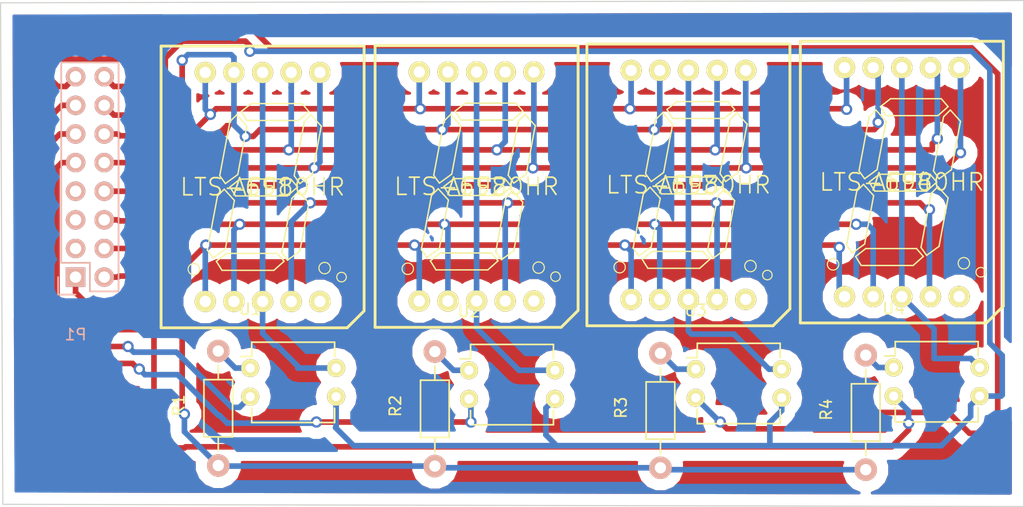
<source format=kicad_pcb>
(kicad_pcb (version 4) (host pcbnew "(2015-11-24 BZR 6329, Git e511afd)-product")

  (general
    (links 52)
    (no_connects 16)
    (area 117.491667 80.783659 208.026221 120.32949)
    (thickness 1.6)
    (drawings 4)
    (tracks 301)
    (zones 0)
    (modules 13)
    (nets 29)
  )

  (page A4)
  (layers
    (0 F.Cu signal)
    (31 B.Cu signal)
    (32 B.Adhes user)
    (33 F.Adhes user)
    (34 B.Paste user)
    (35 F.Paste user)
    (36 B.SilkS user)
    (37 F.SilkS user)
    (38 B.Mask user)
    (39 F.Mask user)
    (40 Dwgs.User user)
    (41 Cmts.User user)
    (42 Eco1.User user)
    (43 Eco2.User user)
    (44 Edge.Cuts user)
    (45 Margin user)
    (46 B.CrtYd user)
    (47 F.CrtYd user)
    (48 B.Fab user)
    (49 F.Fab user)
  )

  (setup
    (last_trace_width 0.5)
    (user_trace_width 0.5)
    (user_trace_width 0.7)
    (user_trace_width 0.9)
    (trace_clearance 0.2)
    (zone_clearance 0.508)
    (zone_45_only no)
    (trace_min 0.2)
    (segment_width 0.2)
    (edge_width 0.1)
    (via_size 0.6)
    (via_drill 0.4)
    (via_min_size 0.4)
    (via_min_drill 0.3)
    (user_via 1 0.6)
    (uvia_size 0.3)
    (uvia_drill 0.1)
    (uvias_allowed no)
    (uvia_min_size 0.2)
    (uvia_min_drill 0.1)
    (pcb_text_width 0.3)
    (pcb_text_size 1.5 1.5)
    (mod_edge_width 0.15)
    (mod_text_size 1 1)
    (mod_text_width 0.15)
    (pad_size 1.5 1.5)
    (pad_drill 0.6)
    (pad_to_mask_clearance 0)
    (aux_axis_origin 0 0)
    (visible_elements FFFFFFFF)
    (pcbplotparams
      (layerselection 0x00030_80000001)
      (usegerberextensions false)
      (excludeedgelayer true)
      (linewidth 0.100000)
      (plotframeref false)
      (viasonmask false)
      (mode 1)
      (useauxorigin false)
      (hpglpennumber 1)
      (hpglpenspeed 20)
      (hpglpendiameter 15)
      (hpglpenoverlay 2)
      (psnegative false)
      (psa4output false)
      (plotreference true)
      (plotvalue true)
      (plotinvisibletext false)
      (padsonsilk false)
      (subtractmaskfromsilk false)
      (outputformat 1)
      (mirror false)
      (drillshape 1)
      (scaleselection 1)
      (outputdirectory ""))
  )

  (net 0 "")
  (net 1 /LE)
  (net 2 /LD)
  (net 3 "Net-(AFF1-Pad3)")
  (net 4 /LC)
  (net 5 "Net-(AFF1-Pad5)")
  (net 6 /LB)
  (net 7 /LA)
  (net 8 /LF)
  (net 9 /LG)
  (net 10 "Net-(AFF2-Pad3)")
  (net 11 "Net-(AFF2-Pad5)")
  (net 12 "Net-(AFF3-Pad3)")
  (net 13 "Net-(AFF3-Pad5)")
  (net 14 "Net-(AFF4-Pad3)")
  (net 15 "Net-(AFF4-Pad5)")
  (net 16 VCC)
  (net 17 "Net-(P1-Pad3)")
  (net 18 "Net-(P1-Pad5)")
  (net 19 "Net-(P1-Pad7)")
  (net 20 /DD)
  (net 21 /DC)
  (net 22 /DB)
  (net 23 /DA)
  (net 24 GND)
  (net 25 "Net-(R1-Pad2)")
  (net 26 "Net-(R2-Pad2)")
  (net 27 "Net-(R3-Pad2)")
  (net 28 "Net-(R4-Pad2)")

  (net_class Default "This is the default net class."
    (clearance 0.2)
    (trace_width 0.25)
    (via_dia 0.6)
    (via_drill 0.4)
    (uvia_dia 0.3)
    (uvia_drill 0.1)
    (add_net /DA)
    (add_net /DB)
    (add_net /DC)
    (add_net /DD)
    (add_net /LA)
    (add_net /LB)
    (add_net /LC)
    (add_net /LD)
    (add_net /LE)
    (add_net /LF)
    (add_net /LG)
    (add_net GND)
    (add_net "Net-(AFF1-Pad3)")
    (add_net "Net-(AFF1-Pad5)")
    (add_net "Net-(AFF2-Pad3)")
    (add_net "Net-(AFF2-Pad5)")
    (add_net "Net-(AFF3-Pad3)")
    (add_net "Net-(AFF3-Pad5)")
    (add_net "Net-(AFF4-Pad3)")
    (add_net "Net-(AFF4-Pad5)")
    (add_net "Net-(P1-Pad3)")
    (add_net "Net-(P1-Pad5)")
    (add_net "Net-(P1-Pad7)")
    (add_net "Net-(R1-Pad2)")
    (add_net "Net-(R2-Pad2)")
    (add_net "Net-(R3-Pad2)")
    (add_net "Net-(R4-Pad2)")
    (add_net VCC)
  )

  (module Pin_Headers:Pin_Header_Straight_2x08 (layer B.Cu) (tedit 0) (tstamp 566F58CB)
    (at 125.45 102.04)
    (descr "Through hole pin header")
    (tags "pin header")
    (path /566EBE70)
    (fp_text reference P1 (at 0 5.1) (layer B.SilkS)
      (effects (font (size 1 1) (thickness 0.15)) (justify mirror))
    )
    (fp_text value CONN_02X08 (at 0 3.1) (layer B.Fab)
      (effects (font (size 1 1) (thickness 0.15)) (justify mirror))
    )
    (fp_line (start -1.75 1.75) (end -1.75 -19.55) (layer B.CrtYd) (width 0.05))
    (fp_line (start 4.3 1.75) (end 4.3 -19.55) (layer B.CrtYd) (width 0.05))
    (fp_line (start -1.75 1.75) (end 4.3 1.75) (layer B.CrtYd) (width 0.05))
    (fp_line (start -1.75 -19.55) (end 4.3 -19.55) (layer B.CrtYd) (width 0.05))
    (fp_line (start 3.81 -19.05) (end 3.81 1.27) (layer B.SilkS) (width 0.15))
    (fp_line (start -1.27 -1.27) (end -1.27 -19.05) (layer B.SilkS) (width 0.15))
    (fp_line (start 3.81 -19.05) (end -1.27 -19.05) (layer B.SilkS) (width 0.15))
    (fp_line (start 3.81 1.27) (end 1.27 1.27) (layer B.SilkS) (width 0.15))
    (fp_line (start 0 1.55) (end -1.55 1.55) (layer B.SilkS) (width 0.15))
    (fp_line (start 1.27 1.27) (end 1.27 -1.27) (layer B.SilkS) (width 0.15))
    (fp_line (start 1.27 -1.27) (end -1.27 -1.27) (layer B.SilkS) (width 0.15))
    (fp_line (start -1.55 1.55) (end -1.55 0) (layer B.SilkS) (width 0.15))
    (pad 1 thru_hole rect (at 0 0) (size 1.7272 1.7272) (drill 1.016) (layers *.Cu *.Mask B.SilkS)
      (net 16 VCC))
    (pad 2 thru_hole oval (at 2.54 0) (size 1.7272 1.7272) (drill 1.016) (layers *.Cu *.Mask B.SilkS)
      (net 1 /LE))
    (pad 3 thru_hole oval (at 0 -2.54) (size 1.7272 1.7272) (drill 1.016) (layers *.Cu *.Mask B.SilkS)
      (net 17 "Net-(P1-Pad3)"))
    (pad 4 thru_hole oval (at 2.54 -2.54) (size 1.7272 1.7272) (drill 1.016) (layers *.Cu *.Mask B.SilkS)
      (net 2 /LD))
    (pad 5 thru_hole oval (at 0 -5.08) (size 1.7272 1.7272) (drill 1.016) (layers *.Cu *.Mask B.SilkS)
      (net 18 "Net-(P1-Pad5)"))
    (pad 6 thru_hole oval (at 2.54 -5.08) (size 1.7272 1.7272) (drill 1.016) (layers *.Cu *.Mask B.SilkS)
      (net 4 /LC))
    (pad 7 thru_hole oval (at 0 -7.62) (size 1.7272 1.7272) (drill 1.016) (layers *.Cu *.Mask B.SilkS)
      (net 19 "Net-(P1-Pad7)"))
    (pad 8 thru_hole oval (at 2.54 -7.62) (size 1.7272 1.7272) (drill 1.016) (layers *.Cu *.Mask B.SilkS)
      (net 6 /LB))
    (pad 9 thru_hole oval (at 0 -10.16) (size 1.7272 1.7272) (drill 1.016) (layers *.Cu *.Mask B.SilkS)
      (net 20 /DD))
    (pad 10 thru_hole oval (at 2.54 -10.16) (size 1.7272 1.7272) (drill 1.016) (layers *.Cu *.Mask B.SilkS)
      (net 7 /LA))
    (pad 11 thru_hole oval (at 0 -12.7) (size 1.7272 1.7272) (drill 1.016) (layers *.Cu *.Mask B.SilkS)
      (net 21 /DC))
    (pad 12 thru_hole oval (at 2.54 -12.7) (size 1.7272 1.7272) (drill 1.016) (layers *.Cu *.Mask B.SilkS)
      (net 9 /LG))
    (pad 13 thru_hole oval (at 0 -15.24) (size 1.7272 1.7272) (drill 1.016) (layers *.Cu *.Mask B.SilkS)
      (net 22 /DB))
    (pad 14 thru_hole oval (at 2.54 -15.24) (size 1.7272 1.7272) (drill 1.016) (layers *.Cu *.Mask B.SilkS)
      (net 8 /LF))
    (pad 15 thru_hole oval (at 0 -17.78) (size 1.7272 1.7272) (drill 1.016) (layers *.Cu *.Mask B.SilkS)
      (net 23 /DA))
    (pad 16 thru_hole oval (at 2.54 -17.78) (size 1.7272 1.7272) (drill 1.016) (layers *.Cu *.Mask B.SilkS)
      (net 24 GND))
    (model Pin_Headers.3dshapes/Pin_Header_Straight_2x08.wrl
      (at (xyz 0.05 -0.35 0))
      (scale (xyz 1 1 1))
      (rotate (xyz 0 0 90))
    )
  )

  (module SparkFun:SparkFun-7-SEGMENT-1%22PTH (layer F.Cu) (tedit 200000) (tstamp 566F588D)
    (at 142.03 94.04)
    (descr "7 SEGMENT DISPLAY STOREFRONT SKU#: COM-08546")
    (tags "7 SEGMENT DISPLAY STOREFRONT SKU#: COM-08546")
    (path /566EC076)
    (attr virtual)
    (fp_text reference AFF1 (at 0 0) (layer F.SilkS)
      (effects (font (thickness 0.15)))
    )
    (fp_text value LTS-6980HR (at 0 0) (layer F.SilkS)
      (effects (font (thickness 0.15)))
    )
    (fp_line (start -8.99922 12.49934) (end -8.99922 -12.49934) (layer F.SilkS) (width 0.254))
    (fp_line (start -8.99922 -12.49934) (end 8.99922 -12.49934) (layer F.SilkS) (width 0.254))
    (fp_line (start 8.99922 -12.49934) (end 8.99922 10.9982) (layer F.SilkS) (width 0.254))
    (fp_line (start 7.49808 12.49934) (end -8.99922 12.49934) (layer F.SilkS) (width 0.254))
    (fp_line (start -2.2987 -6.39826) (end -1.39954 -5.3975) (layer F.SilkS) (width 0.127))
    (fp_line (start -1.39954 -5.3975) (end -2.19964 -1.09982) (layer F.SilkS) (width 0.127))
    (fp_line (start -2.19964 -1.09982) (end -3.29946 -0.29972) (layer F.SilkS) (width 0.127))
    (fp_line (start -3.29946 -0.29972) (end -3.79984 -0.99822) (layer F.SilkS) (width 0.127))
    (fp_line (start -3.79984 -0.99822) (end -2.89814 -5.79882) (layer F.SilkS) (width 0.127))
    (fp_line (start -2.89814 -5.79882) (end -2.2987 -6.39826) (layer F.SilkS) (width 0.127))
    (fp_line (start -2.89814 0) (end -1.99898 -0.6985) (layer F.SilkS) (width 0.127))
    (fp_line (start -1.99898 -0.6985) (end 2.49936 -0.6985) (layer F.SilkS) (width 0.127))
    (fp_line (start 2.49936 -0.6985) (end 3.0988 0) (layer F.SilkS) (width 0.127))
    (fp_line (start 3.0988 0) (end 2.19964 0.79756) (layer F.SilkS) (width 0.127))
    (fp_line (start 2.19964 0.79756) (end -2.39776 0.79756) (layer F.SilkS) (width 0.127))
    (fp_line (start -2.39776 0.79756) (end -2.89814 0) (layer F.SilkS) (width 0.127))
    (fp_line (start 4.29768 -6.39826) (end 5.19938 -5.3975) (layer F.SilkS) (width 0.127))
    (fp_line (start 5.19938 -5.3975) (end 4.39928 -1.09982) (layer F.SilkS) (width 0.127))
    (fp_line (start 4.39928 -1.09982) (end 3.29946 -0.29972) (layer F.SilkS) (width 0.127))
    (fp_line (start 3.29946 -0.29972) (end 2.79908 -0.99822) (layer F.SilkS) (width 0.127))
    (fp_line (start 2.79908 -0.99822) (end 3.69824 -5.79882) (layer F.SilkS) (width 0.127))
    (fp_line (start 3.69824 -5.79882) (end 4.29768 -6.39826) (layer F.SilkS) (width 0.127))
    (fp_line (start -3.39852 0.19812) (end -2.49936 1.19888) (layer F.SilkS) (width 0.127))
    (fp_line (start -2.49936 1.19888) (end -3.29946 5.4991) (layer F.SilkS) (width 0.127))
    (fp_line (start -3.29946 5.4991) (end -4.39928 6.2992) (layer F.SilkS) (width 0.127))
    (fp_line (start -4.39928 6.2992) (end -4.89966 5.59816) (layer F.SilkS) (width 0.127))
    (fp_line (start -4.89966 5.59816) (end -3.99796 0.79756) (layer F.SilkS) (width 0.127))
    (fp_line (start -3.99796 0.79756) (end -3.39852 0.19812) (layer F.SilkS) (width 0.127))
    (fp_line (start 3.19786 0.39878) (end 4.09956 1.39954) (layer F.SilkS) (width 0.127))
    (fp_line (start 4.09956 1.39954) (end 3.29946 5.69976) (layer F.SilkS) (width 0.127))
    (fp_line (start 3.29946 5.69976) (end 2.19964 6.49986) (layer F.SilkS) (width 0.127))
    (fp_line (start 2.19964 6.49986) (end 1.69926 5.79882) (layer F.SilkS) (width 0.127))
    (fp_line (start 1.69926 5.79882) (end 2.59842 0.99822) (layer F.SilkS) (width 0.127))
    (fp_line (start 2.59842 0.99822) (end 3.19786 0.39878) (layer F.SilkS) (width 0.127))
    (fp_line (start -1.89992 -6.69798) (end -0.99822 -7.39902) (layer F.SilkS) (width 0.127))
    (fp_line (start -0.99822 -7.39902) (end 3.49758 -7.39902) (layer F.SilkS) (width 0.127))
    (fp_line (start 3.49758 -7.39902) (end 4.09956 -6.69798) (layer F.SilkS) (width 0.127))
    (fp_line (start 4.09956 -6.69798) (end 3.19786 -5.89788) (layer F.SilkS) (width 0.127))
    (fp_line (start 3.19786 -5.89788) (end -1.39954 -5.89788) (layer F.SilkS) (width 0.127))
    (fp_line (start -1.39954 -5.89788) (end -1.89992 -6.69798) (layer F.SilkS) (width 0.127))
    (fp_line (start -4.09956 6.59892) (end -3.19786 5.89788) (layer F.SilkS) (width 0.127))
    (fp_line (start -3.19786 5.89788) (end 1.29794 5.89788) (layer F.SilkS) (width 0.127))
    (fp_line (start 1.29794 5.89788) (end 1.89992 6.59892) (layer F.SilkS) (width 0.127))
    (fp_line (start 1.89992 6.59892) (end 0.99822 7.39902) (layer F.SilkS) (width 0.127))
    (fp_line (start 0.99822 7.39902) (end -3.59918 7.39902) (layer F.SilkS) (width 0.127))
    (fp_line (start -3.59918 7.39902) (end -4.09956 6.59892) (layer F.SilkS) (width 0.127))
    (fp_line (start 8.99922 10.9982) (end 7.49808 12.49934) (layer F.SilkS) (width 0.254))
    (fp_circle (center 6.9977 7.99846) (end 7.29742 8.29818) (layer F.SilkS) (width 0.1016))
    (fp_circle (center 5.4991 7.19836) (end 5.85724 7.5565) (layer F.SilkS) (width 0.1016))
    (fp_circle (center -6.09854 7.29996) (end -6.45668 7.6581) (layer F.SilkS) (width 0.1016))
    (pad 1 thru_hole circle (at -5.08 10.16) (size 1.8796 1.8796) (drill 0.99822) (layers *.Cu F.Paste F.SilkS F.Mask)
      (net 1 /LE))
    (pad 2 thru_hole circle (at -2.54 10.16) (size 1.8796 1.8796) (drill 0.99822) (layers *.Cu F.Paste F.SilkS F.Mask)
      (net 2 /LD))
    (pad 3 thru_hole circle (at 0 10.16) (size 1.8796 1.8796) (drill 0.99822) (layers *.Cu F.Paste F.SilkS F.Mask)
      (net 3 "Net-(AFF1-Pad3)"))
    (pad 4 thru_hole circle (at 2.54 10.16) (size 1.8796 1.8796) (drill 0.99822) (layers *.Cu F.Paste F.SilkS F.Mask)
      (net 4 /LC))
    (pad 5 thru_hole circle (at 5.08 10.16) (size 1.8796 1.8796) (drill 0.99822) (layers *.Cu F.Paste F.SilkS F.Mask)
      (net 5 "Net-(AFF1-Pad5)"))
    (pad 6 thru_hole circle (at 5.08 -10.16) (size 1.8796 1.8796) (drill 0.99822) (layers *.Cu F.Paste F.SilkS F.Mask)
      (net 6 /LB))
    (pad 7 thru_hole circle (at 2.54 -10.16) (size 1.8796 1.8796) (drill 0.99822) (layers *.Cu F.Paste F.SilkS F.Mask)
      (net 7 /LA))
    (pad 8 thru_hole circle (at 0 -10.16) (size 1.8796 1.8796) (drill 0.99822) (layers *.Cu F.Paste F.SilkS F.Mask)
      (net 3 "Net-(AFF1-Pad3)"))
    (pad 9 thru_hole circle (at -2.54 -10.16) (size 1.8796 1.8796) (drill 0.99822) (layers *.Cu F.Paste F.SilkS F.Mask)
      (net 8 /LF))
    (pad 10 thru_hole circle (at -5.08 -10.16) (size 1.8796 1.8796) (drill 0.99822) (layers *.Cu F.Paste F.SilkS F.Mask)
      (net 9 /LG))
  )

  (module SparkFun:SparkFun-7-SEGMENT-1%22PTH (layer F.Cu) (tedit 200000) (tstamp 566F589B)
    (at 161 94)
    (descr "7 SEGMENT DISPLAY STOREFRONT SKU#: COM-08546")
    (tags "7 SEGMENT DISPLAY STOREFRONT SKU#: COM-08546")
    (path /566ED424)
    (attr virtual)
    (fp_text reference AFF2 (at 0 0) (layer F.SilkS)
      (effects (font (thickness 0.15)))
    )
    (fp_text value LTS-6980HR (at 0 0) (layer F.SilkS)
      (effects (font (thickness 0.15)))
    )
    (fp_line (start -8.99922 12.49934) (end -8.99922 -12.49934) (layer F.SilkS) (width 0.254))
    (fp_line (start -8.99922 -12.49934) (end 8.99922 -12.49934) (layer F.SilkS) (width 0.254))
    (fp_line (start 8.99922 -12.49934) (end 8.99922 10.9982) (layer F.SilkS) (width 0.254))
    (fp_line (start 7.49808 12.49934) (end -8.99922 12.49934) (layer F.SilkS) (width 0.254))
    (fp_line (start -2.2987 -6.39826) (end -1.39954 -5.3975) (layer F.SilkS) (width 0.127))
    (fp_line (start -1.39954 -5.3975) (end -2.19964 -1.09982) (layer F.SilkS) (width 0.127))
    (fp_line (start -2.19964 -1.09982) (end -3.29946 -0.29972) (layer F.SilkS) (width 0.127))
    (fp_line (start -3.29946 -0.29972) (end -3.79984 -0.99822) (layer F.SilkS) (width 0.127))
    (fp_line (start -3.79984 -0.99822) (end -2.89814 -5.79882) (layer F.SilkS) (width 0.127))
    (fp_line (start -2.89814 -5.79882) (end -2.2987 -6.39826) (layer F.SilkS) (width 0.127))
    (fp_line (start -2.89814 0) (end -1.99898 -0.6985) (layer F.SilkS) (width 0.127))
    (fp_line (start -1.99898 -0.6985) (end 2.49936 -0.6985) (layer F.SilkS) (width 0.127))
    (fp_line (start 2.49936 -0.6985) (end 3.0988 0) (layer F.SilkS) (width 0.127))
    (fp_line (start 3.0988 0) (end 2.19964 0.79756) (layer F.SilkS) (width 0.127))
    (fp_line (start 2.19964 0.79756) (end -2.39776 0.79756) (layer F.SilkS) (width 0.127))
    (fp_line (start -2.39776 0.79756) (end -2.89814 0) (layer F.SilkS) (width 0.127))
    (fp_line (start 4.29768 -6.39826) (end 5.19938 -5.3975) (layer F.SilkS) (width 0.127))
    (fp_line (start 5.19938 -5.3975) (end 4.39928 -1.09982) (layer F.SilkS) (width 0.127))
    (fp_line (start 4.39928 -1.09982) (end 3.29946 -0.29972) (layer F.SilkS) (width 0.127))
    (fp_line (start 3.29946 -0.29972) (end 2.79908 -0.99822) (layer F.SilkS) (width 0.127))
    (fp_line (start 2.79908 -0.99822) (end 3.69824 -5.79882) (layer F.SilkS) (width 0.127))
    (fp_line (start 3.69824 -5.79882) (end 4.29768 -6.39826) (layer F.SilkS) (width 0.127))
    (fp_line (start -3.39852 0.19812) (end -2.49936 1.19888) (layer F.SilkS) (width 0.127))
    (fp_line (start -2.49936 1.19888) (end -3.29946 5.4991) (layer F.SilkS) (width 0.127))
    (fp_line (start -3.29946 5.4991) (end -4.39928 6.2992) (layer F.SilkS) (width 0.127))
    (fp_line (start -4.39928 6.2992) (end -4.89966 5.59816) (layer F.SilkS) (width 0.127))
    (fp_line (start -4.89966 5.59816) (end -3.99796 0.79756) (layer F.SilkS) (width 0.127))
    (fp_line (start -3.99796 0.79756) (end -3.39852 0.19812) (layer F.SilkS) (width 0.127))
    (fp_line (start 3.19786 0.39878) (end 4.09956 1.39954) (layer F.SilkS) (width 0.127))
    (fp_line (start 4.09956 1.39954) (end 3.29946 5.69976) (layer F.SilkS) (width 0.127))
    (fp_line (start 3.29946 5.69976) (end 2.19964 6.49986) (layer F.SilkS) (width 0.127))
    (fp_line (start 2.19964 6.49986) (end 1.69926 5.79882) (layer F.SilkS) (width 0.127))
    (fp_line (start 1.69926 5.79882) (end 2.59842 0.99822) (layer F.SilkS) (width 0.127))
    (fp_line (start 2.59842 0.99822) (end 3.19786 0.39878) (layer F.SilkS) (width 0.127))
    (fp_line (start -1.89992 -6.69798) (end -0.99822 -7.39902) (layer F.SilkS) (width 0.127))
    (fp_line (start -0.99822 -7.39902) (end 3.49758 -7.39902) (layer F.SilkS) (width 0.127))
    (fp_line (start 3.49758 -7.39902) (end 4.09956 -6.69798) (layer F.SilkS) (width 0.127))
    (fp_line (start 4.09956 -6.69798) (end 3.19786 -5.89788) (layer F.SilkS) (width 0.127))
    (fp_line (start 3.19786 -5.89788) (end -1.39954 -5.89788) (layer F.SilkS) (width 0.127))
    (fp_line (start -1.39954 -5.89788) (end -1.89992 -6.69798) (layer F.SilkS) (width 0.127))
    (fp_line (start -4.09956 6.59892) (end -3.19786 5.89788) (layer F.SilkS) (width 0.127))
    (fp_line (start -3.19786 5.89788) (end 1.29794 5.89788) (layer F.SilkS) (width 0.127))
    (fp_line (start 1.29794 5.89788) (end 1.89992 6.59892) (layer F.SilkS) (width 0.127))
    (fp_line (start 1.89992 6.59892) (end 0.99822 7.39902) (layer F.SilkS) (width 0.127))
    (fp_line (start 0.99822 7.39902) (end -3.59918 7.39902) (layer F.SilkS) (width 0.127))
    (fp_line (start -3.59918 7.39902) (end -4.09956 6.59892) (layer F.SilkS) (width 0.127))
    (fp_line (start 8.99922 10.9982) (end 7.49808 12.49934) (layer F.SilkS) (width 0.254))
    (fp_circle (center 6.9977 7.99846) (end 7.29742 8.29818) (layer F.SilkS) (width 0.1016))
    (fp_circle (center 5.4991 7.19836) (end 5.85724 7.5565) (layer F.SilkS) (width 0.1016))
    (fp_circle (center -6.09854 7.29996) (end -6.45668 7.6581) (layer F.SilkS) (width 0.1016))
    (pad 1 thru_hole circle (at -5.08 10.16) (size 1.8796 1.8796) (drill 0.99822) (layers *.Cu F.Paste F.SilkS F.Mask)
      (net 1 /LE))
    (pad 2 thru_hole circle (at -2.54 10.16) (size 1.8796 1.8796) (drill 0.99822) (layers *.Cu F.Paste F.SilkS F.Mask)
      (net 2 /LD))
    (pad 3 thru_hole circle (at 0 10.16) (size 1.8796 1.8796) (drill 0.99822) (layers *.Cu F.Paste F.SilkS F.Mask)
      (net 10 "Net-(AFF2-Pad3)"))
    (pad 4 thru_hole circle (at 2.54 10.16) (size 1.8796 1.8796) (drill 0.99822) (layers *.Cu F.Paste F.SilkS F.Mask)
      (net 4 /LC))
    (pad 5 thru_hole circle (at 5.08 10.16) (size 1.8796 1.8796) (drill 0.99822) (layers *.Cu F.Paste F.SilkS F.Mask)
      (net 11 "Net-(AFF2-Pad5)"))
    (pad 6 thru_hole circle (at 5.08 -10.16) (size 1.8796 1.8796) (drill 0.99822) (layers *.Cu F.Paste F.SilkS F.Mask)
      (net 6 /LB))
    (pad 7 thru_hole circle (at 2.54 -10.16) (size 1.8796 1.8796) (drill 0.99822) (layers *.Cu F.Paste F.SilkS F.Mask)
      (net 7 /LA))
    (pad 8 thru_hole circle (at 0 -10.16) (size 1.8796 1.8796) (drill 0.99822) (layers *.Cu F.Paste F.SilkS F.Mask)
      (net 10 "Net-(AFF2-Pad3)"))
    (pad 9 thru_hole circle (at -2.54 -10.16) (size 1.8796 1.8796) (drill 0.99822) (layers *.Cu F.Paste F.SilkS F.Mask)
      (net 8 /LF))
    (pad 10 thru_hole circle (at -5.08 -10.16) (size 1.8796 1.8796) (drill 0.99822) (layers *.Cu F.Paste F.SilkS F.Mask)
      (net 9 /LG))
  )

  (module SparkFun:SparkFun-7-SEGMENT-1%22PTH (layer F.Cu) (tedit 200000) (tstamp 566F58A9)
    (at 179.78 93.86)
    (descr "7 SEGMENT DISPLAY STOREFRONT SKU#: COM-08546")
    (tags "7 SEGMENT DISPLAY STOREFRONT SKU#: COM-08546")
    (path /566ED5F9)
    (attr virtual)
    (fp_text reference AFF3 (at 0 0) (layer F.SilkS)
      (effects (font (thickness 0.15)))
    )
    (fp_text value LTS-6980HR (at 0 0) (layer F.SilkS)
      (effects (font (thickness 0.15)))
    )
    (fp_line (start -8.99922 12.49934) (end -8.99922 -12.49934) (layer F.SilkS) (width 0.254))
    (fp_line (start -8.99922 -12.49934) (end 8.99922 -12.49934) (layer F.SilkS) (width 0.254))
    (fp_line (start 8.99922 -12.49934) (end 8.99922 10.9982) (layer F.SilkS) (width 0.254))
    (fp_line (start 7.49808 12.49934) (end -8.99922 12.49934) (layer F.SilkS) (width 0.254))
    (fp_line (start -2.2987 -6.39826) (end -1.39954 -5.3975) (layer F.SilkS) (width 0.127))
    (fp_line (start -1.39954 -5.3975) (end -2.19964 -1.09982) (layer F.SilkS) (width 0.127))
    (fp_line (start -2.19964 -1.09982) (end -3.29946 -0.29972) (layer F.SilkS) (width 0.127))
    (fp_line (start -3.29946 -0.29972) (end -3.79984 -0.99822) (layer F.SilkS) (width 0.127))
    (fp_line (start -3.79984 -0.99822) (end -2.89814 -5.79882) (layer F.SilkS) (width 0.127))
    (fp_line (start -2.89814 -5.79882) (end -2.2987 -6.39826) (layer F.SilkS) (width 0.127))
    (fp_line (start -2.89814 0) (end -1.99898 -0.6985) (layer F.SilkS) (width 0.127))
    (fp_line (start -1.99898 -0.6985) (end 2.49936 -0.6985) (layer F.SilkS) (width 0.127))
    (fp_line (start 2.49936 -0.6985) (end 3.0988 0) (layer F.SilkS) (width 0.127))
    (fp_line (start 3.0988 0) (end 2.19964 0.79756) (layer F.SilkS) (width 0.127))
    (fp_line (start 2.19964 0.79756) (end -2.39776 0.79756) (layer F.SilkS) (width 0.127))
    (fp_line (start -2.39776 0.79756) (end -2.89814 0) (layer F.SilkS) (width 0.127))
    (fp_line (start 4.29768 -6.39826) (end 5.19938 -5.3975) (layer F.SilkS) (width 0.127))
    (fp_line (start 5.19938 -5.3975) (end 4.39928 -1.09982) (layer F.SilkS) (width 0.127))
    (fp_line (start 4.39928 -1.09982) (end 3.29946 -0.29972) (layer F.SilkS) (width 0.127))
    (fp_line (start 3.29946 -0.29972) (end 2.79908 -0.99822) (layer F.SilkS) (width 0.127))
    (fp_line (start 2.79908 -0.99822) (end 3.69824 -5.79882) (layer F.SilkS) (width 0.127))
    (fp_line (start 3.69824 -5.79882) (end 4.29768 -6.39826) (layer F.SilkS) (width 0.127))
    (fp_line (start -3.39852 0.19812) (end -2.49936 1.19888) (layer F.SilkS) (width 0.127))
    (fp_line (start -2.49936 1.19888) (end -3.29946 5.4991) (layer F.SilkS) (width 0.127))
    (fp_line (start -3.29946 5.4991) (end -4.39928 6.2992) (layer F.SilkS) (width 0.127))
    (fp_line (start -4.39928 6.2992) (end -4.89966 5.59816) (layer F.SilkS) (width 0.127))
    (fp_line (start -4.89966 5.59816) (end -3.99796 0.79756) (layer F.SilkS) (width 0.127))
    (fp_line (start -3.99796 0.79756) (end -3.39852 0.19812) (layer F.SilkS) (width 0.127))
    (fp_line (start 3.19786 0.39878) (end 4.09956 1.39954) (layer F.SilkS) (width 0.127))
    (fp_line (start 4.09956 1.39954) (end 3.29946 5.69976) (layer F.SilkS) (width 0.127))
    (fp_line (start 3.29946 5.69976) (end 2.19964 6.49986) (layer F.SilkS) (width 0.127))
    (fp_line (start 2.19964 6.49986) (end 1.69926 5.79882) (layer F.SilkS) (width 0.127))
    (fp_line (start 1.69926 5.79882) (end 2.59842 0.99822) (layer F.SilkS) (width 0.127))
    (fp_line (start 2.59842 0.99822) (end 3.19786 0.39878) (layer F.SilkS) (width 0.127))
    (fp_line (start -1.89992 -6.69798) (end -0.99822 -7.39902) (layer F.SilkS) (width 0.127))
    (fp_line (start -0.99822 -7.39902) (end 3.49758 -7.39902) (layer F.SilkS) (width 0.127))
    (fp_line (start 3.49758 -7.39902) (end 4.09956 -6.69798) (layer F.SilkS) (width 0.127))
    (fp_line (start 4.09956 -6.69798) (end 3.19786 -5.89788) (layer F.SilkS) (width 0.127))
    (fp_line (start 3.19786 -5.89788) (end -1.39954 -5.89788) (layer F.SilkS) (width 0.127))
    (fp_line (start -1.39954 -5.89788) (end -1.89992 -6.69798) (layer F.SilkS) (width 0.127))
    (fp_line (start -4.09956 6.59892) (end -3.19786 5.89788) (layer F.SilkS) (width 0.127))
    (fp_line (start -3.19786 5.89788) (end 1.29794 5.89788) (layer F.SilkS) (width 0.127))
    (fp_line (start 1.29794 5.89788) (end 1.89992 6.59892) (layer F.SilkS) (width 0.127))
    (fp_line (start 1.89992 6.59892) (end 0.99822 7.39902) (layer F.SilkS) (width 0.127))
    (fp_line (start 0.99822 7.39902) (end -3.59918 7.39902) (layer F.SilkS) (width 0.127))
    (fp_line (start -3.59918 7.39902) (end -4.09956 6.59892) (layer F.SilkS) (width 0.127))
    (fp_line (start 8.99922 10.9982) (end 7.49808 12.49934) (layer F.SilkS) (width 0.254))
    (fp_circle (center 6.9977 7.99846) (end 7.29742 8.29818) (layer F.SilkS) (width 0.1016))
    (fp_circle (center 5.4991 7.19836) (end 5.85724 7.5565) (layer F.SilkS) (width 0.1016))
    (fp_circle (center -6.09854 7.29996) (end -6.45668 7.6581) (layer F.SilkS) (width 0.1016))
    (pad 1 thru_hole circle (at -5.08 10.16) (size 1.8796 1.8796) (drill 0.99822) (layers *.Cu F.Paste F.SilkS F.Mask)
      (net 1 /LE))
    (pad 2 thru_hole circle (at -2.54 10.16) (size 1.8796 1.8796) (drill 0.99822) (layers *.Cu F.Paste F.SilkS F.Mask)
      (net 2 /LD))
    (pad 3 thru_hole circle (at 0 10.16) (size 1.8796 1.8796) (drill 0.99822) (layers *.Cu F.Paste F.SilkS F.Mask)
      (net 12 "Net-(AFF3-Pad3)"))
    (pad 4 thru_hole circle (at 2.54 10.16) (size 1.8796 1.8796) (drill 0.99822) (layers *.Cu F.Paste F.SilkS F.Mask)
      (net 4 /LC))
    (pad 5 thru_hole circle (at 5.08 10.16) (size 1.8796 1.8796) (drill 0.99822) (layers *.Cu F.Paste F.SilkS F.Mask)
      (net 13 "Net-(AFF3-Pad5)"))
    (pad 6 thru_hole circle (at 5.08 -10.16) (size 1.8796 1.8796) (drill 0.99822) (layers *.Cu F.Paste F.SilkS F.Mask)
      (net 6 /LB))
    (pad 7 thru_hole circle (at 2.54 -10.16) (size 1.8796 1.8796) (drill 0.99822) (layers *.Cu F.Paste F.SilkS F.Mask)
      (net 7 /LA))
    (pad 8 thru_hole circle (at 0 -10.16) (size 1.8796 1.8796) (drill 0.99822) (layers *.Cu F.Paste F.SilkS F.Mask)
      (net 12 "Net-(AFF3-Pad3)"))
    (pad 9 thru_hole circle (at -2.54 -10.16) (size 1.8796 1.8796) (drill 0.99822) (layers *.Cu F.Paste F.SilkS F.Mask)
      (net 8 /LF))
    (pad 10 thru_hole circle (at -5.08 -10.16) (size 1.8796 1.8796) (drill 0.99822) (layers *.Cu F.Paste F.SilkS F.Mask)
      (net 9 /LG))
  )

  (module SparkFun:SparkFun-7-SEGMENT-1%22PTH (layer F.Cu) (tedit 200000) (tstamp 566F58B7)
    (at 198.7 93.61)
    (descr "7 SEGMENT DISPLAY STOREFRONT SKU#: COM-08546")
    (tags "7 SEGMENT DISPLAY STOREFRONT SKU#: COM-08546")
    (path /566F6176)
    (attr virtual)
    (fp_text reference AFF4 (at 0 0) (layer F.SilkS)
      (effects (font (thickness 0.15)))
    )
    (fp_text value LTS-6980HR (at 0 0) (layer F.SilkS)
      (effects (font (thickness 0.15)))
    )
    (fp_line (start -8.99922 12.49934) (end -8.99922 -12.49934) (layer F.SilkS) (width 0.254))
    (fp_line (start -8.99922 -12.49934) (end 8.99922 -12.49934) (layer F.SilkS) (width 0.254))
    (fp_line (start 8.99922 -12.49934) (end 8.99922 10.9982) (layer F.SilkS) (width 0.254))
    (fp_line (start 7.49808 12.49934) (end -8.99922 12.49934) (layer F.SilkS) (width 0.254))
    (fp_line (start -2.2987 -6.39826) (end -1.39954 -5.3975) (layer F.SilkS) (width 0.127))
    (fp_line (start -1.39954 -5.3975) (end -2.19964 -1.09982) (layer F.SilkS) (width 0.127))
    (fp_line (start -2.19964 -1.09982) (end -3.29946 -0.29972) (layer F.SilkS) (width 0.127))
    (fp_line (start -3.29946 -0.29972) (end -3.79984 -0.99822) (layer F.SilkS) (width 0.127))
    (fp_line (start -3.79984 -0.99822) (end -2.89814 -5.79882) (layer F.SilkS) (width 0.127))
    (fp_line (start -2.89814 -5.79882) (end -2.2987 -6.39826) (layer F.SilkS) (width 0.127))
    (fp_line (start -2.89814 0) (end -1.99898 -0.6985) (layer F.SilkS) (width 0.127))
    (fp_line (start -1.99898 -0.6985) (end 2.49936 -0.6985) (layer F.SilkS) (width 0.127))
    (fp_line (start 2.49936 -0.6985) (end 3.0988 0) (layer F.SilkS) (width 0.127))
    (fp_line (start 3.0988 0) (end 2.19964 0.79756) (layer F.SilkS) (width 0.127))
    (fp_line (start 2.19964 0.79756) (end -2.39776 0.79756) (layer F.SilkS) (width 0.127))
    (fp_line (start -2.39776 0.79756) (end -2.89814 0) (layer F.SilkS) (width 0.127))
    (fp_line (start 4.29768 -6.39826) (end 5.19938 -5.3975) (layer F.SilkS) (width 0.127))
    (fp_line (start 5.19938 -5.3975) (end 4.39928 -1.09982) (layer F.SilkS) (width 0.127))
    (fp_line (start 4.39928 -1.09982) (end 3.29946 -0.29972) (layer F.SilkS) (width 0.127))
    (fp_line (start 3.29946 -0.29972) (end 2.79908 -0.99822) (layer F.SilkS) (width 0.127))
    (fp_line (start 2.79908 -0.99822) (end 3.69824 -5.79882) (layer F.SilkS) (width 0.127))
    (fp_line (start 3.69824 -5.79882) (end 4.29768 -6.39826) (layer F.SilkS) (width 0.127))
    (fp_line (start -3.39852 0.19812) (end -2.49936 1.19888) (layer F.SilkS) (width 0.127))
    (fp_line (start -2.49936 1.19888) (end -3.29946 5.4991) (layer F.SilkS) (width 0.127))
    (fp_line (start -3.29946 5.4991) (end -4.39928 6.2992) (layer F.SilkS) (width 0.127))
    (fp_line (start -4.39928 6.2992) (end -4.89966 5.59816) (layer F.SilkS) (width 0.127))
    (fp_line (start -4.89966 5.59816) (end -3.99796 0.79756) (layer F.SilkS) (width 0.127))
    (fp_line (start -3.99796 0.79756) (end -3.39852 0.19812) (layer F.SilkS) (width 0.127))
    (fp_line (start 3.19786 0.39878) (end 4.09956 1.39954) (layer F.SilkS) (width 0.127))
    (fp_line (start 4.09956 1.39954) (end 3.29946 5.69976) (layer F.SilkS) (width 0.127))
    (fp_line (start 3.29946 5.69976) (end 2.19964 6.49986) (layer F.SilkS) (width 0.127))
    (fp_line (start 2.19964 6.49986) (end 1.69926 5.79882) (layer F.SilkS) (width 0.127))
    (fp_line (start 1.69926 5.79882) (end 2.59842 0.99822) (layer F.SilkS) (width 0.127))
    (fp_line (start 2.59842 0.99822) (end 3.19786 0.39878) (layer F.SilkS) (width 0.127))
    (fp_line (start -1.89992 -6.69798) (end -0.99822 -7.39902) (layer F.SilkS) (width 0.127))
    (fp_line (start -0.99822 -7.39902) (end 3.49758 -7.39902) (layer F.SilkS) (width 0.127))
    (fp_line (start 3.49758 -7.39902) (end 4.09956 -6.69798) (layer F.SilkS) (width 0.127))
    (fp_line (start 4.09956 -6.69798) (end 3.19786 -5.89788) (layer F.SilkS) (width 0.127))
    (fp_line (start 3.19786 -5.89788) (end -1.39954 -5.89788) (layer F.SilkS) (width 0.127))
    (fp_line (start -1.39954 -5.89788) (end -1.89992 -6.69798) (layer F.SilkS) (width 0.127))
    (fp_line (start -4.09956 6.59892) (end -3.19786 5.89788) (layer F.SilkS) (width 0.127))
    (fp_line (start -3.19786 5.89788) (end 1.29794 5.89788) (layer F.SilkS) (width 0.127))
    (fp_line (start 1.29794 5.89788) (end 1.89992 6.59892) (layer F.SilkS) (width 0.127))
    (fp_line (start 1.89992 6.59892) (end 0.99822 7.39902) (layer F.SilkS) (width 0.127))
    (fp_line (start 0.99822 7.39902) (end -3.59918 7.39902) (layer F.SilkS) (width 0.127))
    (fp_line (start -3.59918 7.39902) (end -4.09956 6.59892) (layer F.SilkS) (width 0.127))
    (fp_line (start 8.99922 10.9982) (end 7.49808 12.49934) (layer F.SilkS) (width 0.254))
    (fp_circle (center 6.9977 7.99846) (end 7.29742 8.29818) (layer F.SilkS) (width 0.1016))
    (fp_circle (center 5.4991 7.19836) (end 5.85724 7.5565) (layer F.SilkS) (width 0.1016))
    (fp_circle (center -6.09854 7.29996) (end -6.45668 7.6581) (layer F.SilkS) (width 0.1016))
    (pad 1 thru_hole circle (at -5.08 10.16) (size 1.8796 1.8796) (drill 0.99822) (layers *.Cu F.Paste F.SilkS F.Mask)
      (net 1 /LE))
    (pad 2 thru_hole circle (at -2.54 10.16) (size 1.8796 1.8796) (drill 0.99822) (layers *.Cu F.Paste F.SilkS F.Mask)
      (net 2 /LD))
    (pad 3 thru_hole circle (at 0 10.16) (size 1.8796 1.8796) (drill 0.99822) (layers *.Cu F.Paste F.SilkS F.Mask)
      (net 14 "Net-(AFF4-Pad3)"))
    (pad 4 thru_hole circle (at 2.54 10.16) (size 1.8796 1.8796) (drill 0.99822) (layers *.Cu F.Paste F.SilkS F.Mask)
      (net 4 /LC))
    (pad 5 thru_hole circle (at 5.08 10.16) (size 1.8796 1.8796) (drill 0.99822) (layers *.Cu F.Paste F.SilkS F.Mask)
      (net 15 "Net-(AFF4-Pad5)"))
    (pad 6 thru_hole circle (at 5.08 -10.16) (size 1.8796 1.8796) (drill 0.99822) (layers *.Cu F.Paste F.SilkS F.Mask)
      (net 6 /LB))
    (pad 7 thru_hole circle (at 2.54 -10.16) (size 1.8796 1.8796) (drill 0.99822) (layers *.Cu F.Paste F.SilkS F.Mask)
      (net 7 /LA))
    (pad 8 thru_hole circle (at 0 -10.16) (size 1.8796 1.8796) (drill 0.99822) (layers *.Cu F.Paste F.SilkS F.Mask)
      (net 14 "Net-(AFF4-Pad3)"))
    (pad 9 thru_hole circle (at -2.54 -10.16) (size 1.8796 1.8796) (drill 0.99822) (layers *.Cu F.Paste F.SilkS F.Mask)
      (net 8 /LF))
    (pad 10 thru_hole circle (at -5.08 -10.16) (size 1.8796 1.8796) (drill 0.99822) (layers *.Cu F.Paste F.SilkS F.Mask)
      (net 9 /LG))
  )

  (module Resistors_ThroughHole:Resistor_Horizontal_RM10mm (layer F.Cu) (tedit 53F56209) (tstamp 566F58D1)
    (at 138.1 113.68 90)
    (descr "Resistor, Axial,  RM 10mm, 1/3W,")
    (tags "Resistor, Axial, RM 10mm, 1/3W,")
    (path /566ECAF8)
    (fp_text reference R1 (at 0.24892 -3.50012 90) (layer F.SilkS)
      (effects (font (size 1 1) (thickness 0.15)))
    )
    (fp_text value 330 (at 3.81 3.81 90) (layer F.Fab)
      (effects (font (size 1 1) (thickness 0.15)))
    )
    (fp_line (start -2.54 -1.27) (end 2.54 -1.27) (layer F.SilkS) (width 0.15))
    (fp_line (start 2.54 -1.27) (end 2.54 1.27) (layer F.SilkS) (width 0.15))
    (fp_line (start 2.54 1.27) (end -2.54 1.27) (layer F.SilkS) (width 0.15))
    (fp_line (start -2.54 1.27) (end -2.54 -1.27) (layer F.SilkS) (width 0.15))
    (fp_line (start -2.54 0) (end -3.81 0) (layer F.SilkS) (width 0.15))
    (fp_line (start 2.54 0) (end 3.81 0) (layer F.SilkS) (width 0.15))
    (pad 1 thru_hole circle (at -5.08 0 90) (size 1.99898 1.99898) (drill 1.00076) (layers *.Cu *.SilkS *.Mask)
      (net 16 VCC))
    (pad 2 thru_hole circle (at 5.08 0 90) (size 1.99898 1.99898) (drill 1.00076) (layers *.Cu *.SilkS *.Mask)
      (net 25 "Net-(R1-Pad2)"))
    (model Resistors_ThroughHole.3dshapes/Resistor_Horizontal_RM10mm.wrl
      (at (xyz 0 0 0))
      (scale (xyz 0.4 0.4 0.4))
      (rotate (xyz 0 0 0))
    )
  )

  (module Resistors_ThroughHole:Resistor_Horizontal_RM10mm (layer F.Cu) (tedit 53F56209) (tstamp 566F58D7)
    (at 157.3 113.73 90)
    (descr "Resistor, Axial,  RM 10mm, 1/3W,")
    (tags "Resistor, Axial, RM 10mm, 1/3W,")
    (path /566ED448)
    (fp_text reference R2 (at 0.24892 -3.50012 90) (layer F.SilkS)
      (effects (font (size 1 1) (thickness 0.15)))
    )
    (fp_text value 330 (at 3.81 3.81 90) (layer F.Fab)
      (effects (font (size 1 1) (thickness 0.15)))
    )
    (fp_line (start -2.54 -1.27) (end 2.54 -1.27) (layer F.SilkS) (width 0.15))
    (fp_line (start 2.54 -1.27) (end 2.54 1.27) (layer F.SilkS) (width 0.15))
    (fp_line (start 2.54 1.27) (end -2.54 1.27) (layer F.SilkS) (width 0.15))
    (fp_line (start -2.54 1.27) (end -2.54 -1.27) (layer F.SilkS) (width 0.15))
    (fp_line (start -2.54 0) (end -3.81 0) (layer F.SilkS) (width 0.15))
    (fp_line (start 2.54 0) (end 3.81 0) (layer F.SilkS) (width 0.15))
    (pad 1 thru_hole circle (at -5.08 0 90) (size 1.99898 1.99898) (drill 1.00076) (layers *.Cu *.SilkS *.Mask)
      (net 16 VCC))
    (pad 2 thru_hole circle (at 5.08 0 90) (size 1.99898 1.99898) (drill 1.00076) (layers *.Cu *.SilkS *.Mask)
      (net 26 "Net-(R2-Pad2)"))
    (model Resistors_ThroughHole.3dshapes/Resistor_Horizontal_RM10mm.wrl
      (at (xyz 0 0 0))
      (scale (xyz 0.4 0.4 0.4))
      (rotate (xyz 0 0 0))
    )
  )

  (module Resistors_ThroughHole:Resistor_Horizontal_RM10mm (layer F.Cu) (tedit 53F56209) (tstamp 566F58DD)
    (at 177.3 113.88 90)
    (descr "Resistor, Axial,  RM 10mm, 1/3W,")
    (tags "Resistor, Axial, RM 10mm, 1/3W,")
    (path /566ED61D)
    (fp_text reference R3 (at 0.24892 -3.50012 90) (layer F.SilkS)
      (effects (font (size 1 1) (thickness 0.15)))
    )
    (fp_text value 330 (at 3.81 3.81 90) (layer F.Fab)
      (effects (font (size 1 1) (thickness 0.15)))
    )
    (fp_line (start -2.54 -1.27) (end 2.54 -1.27) (layer F.SilkS) (width 0.15))
    (fp_line (start 2.54 -1.27) (end 2.54 1.27) (layer F.SilkS) (width 0.15))
    (fp_line (start 2.54 1.27) (end -2.54 1.27) (layer F.SilkS) (width 0.15))
    (fp_line (start -2.54 1.27) (end -2.54 -1.27) (layer F.SilkS) (width 0.15))
    (fp_line (start -2.54 0) (end -3.81 0) (layer F.SilkS) (width 0.15))
    (fp_line (start 2.54 0) (end 3.81 0) (layer F.SilkS) (width 0.15))
    (pad 1 thru_hole circle (at -5.08 0 90) (size 1.99898 1.99898) (drill 1.00076) (layers *.Cu *.SilkS *.Mask)
      (net 16 VCC))
    (pad 2 thru_hole circle (at 5.08 0 90) (size 1.99898 1.99898) (drill 1.00076) (layers *.Cu *.SilkS *.Mask)
      (net 27 "Net-(R3-Pad2)"))
    (model Resistors_ThroughHole.3dshapes/Resistor_Horizontal_RM10mm.wrl
      (at (xyz 0 0 0))
      (scale (xyz 0.4 0.4 0.4))
      (rotate (xyz 0 0 0))
    )
  )

  (module Resistors_ThroughHole:Resistor_Horizontal_RM10mm (layer F.Cu) (tedit 53F56209) (tstamp 566F58E3)
    (at 195.5 114.05 90)
    (descr "Resistor, Axial,  RM 10mm, 1/3W,")
    (tags "Resistor, Axial, RM 10mm, 1/3W,")
    (path /566F618F)
    (fp_text reference R4 (at 0.24892 -3.50012 90) (layer F.SilkS)
      (effects (font (size 1 1) (thickness 0.15)))
    )
    (fp_text value 330 (at 3.81 3.81 90) (layer F.Fab)
      (effects (font (size 1 1) (thickness 0.15)))
    )
    (fp_line (start -2.54 -1.27) (end 2.54 -1.27) (layer F.SilkS) (width 0.15))
    (fp_line (start 2.54 -1.27) (end 2.54 1.27) (layer F.SilkS) (width 0.15))
    (fp_line (start 2.54 1.27) (end -2.54 1.27) (layer F.SilkS) (width 0.15))
    (fp_line (start -2.54 1.27) (end -2.54 -1.27) (layer F.SilkS) (width 0.15))
    (fp_line (start -2.54 0) (end -3.81 0) (layer F.SilkS) (width 0.15))
    (fp_line (start 2.54 0) (end 3.81 0) (layer F.SilkS) (width 0.15))
    (pad 1 thru_hole circle (at -5.08 0 90) (size 1.99898 1.99898) (drill 1.00076) (layers *.Cu *.SilkS *.Mask)
      (net 16 VCC))
    (pad 2 thru_hole circle (at 5.08 0 90) (size 1.99898 1.99898) (drill 1.00076) (layers *.Cu *.SilkS *.Mask)
      (net 28 "Net-(R4-Pad2)"))
    (model Resistors_ThroughHole.3dshapes/Resistor_Horizontal_RM10mm.wrl
      (at (xyz 0 0 0))
      (scale (xyz 0.4 0.4 0.4))
      (rotate (xyz 0 0 0))
    )
  )

  (module Housings_DIP:DIP-4_W7.62mm (layer F.Cu) (tedit 54130A77) (tstamp 566F58EB)
    (at 140.93 110.11)
    (descr "4-lead dip package, row spacing 7.62 mm (300 mils)")
    (tags "dil dip 2.54 300")
    (path /566EC52C)
    (fp_text reference U1 (at 0 -5.22) (layer F.SilkS)
      (effects (font (size 1 1) (thickness 0.15)))
    )
    (fp_text value PC817 (at 0 -3.72) (layer F.Fab)
      (effects (font (size 1 1) (thickness 0.15)))
    )
    (fp_line (start -1.05 -2.45) (end -1.05 5) (layer F.CrtYd) (width 0.05))
    (fp_line (start 8.65 -2.45) (end 8.65 5) (layer F.CrtYd) (width 0.05))
    (fp_line (start -1.05 -2.45) (end 8.65 -2.45) (layer F.CrtYd) (width 0.05))
    (fp_line (start -1.05 5) (end 8.65 5) (layer F.CrtYd) (width 0.05))
    (fp_line (start 0.135 -2.295) (end 0.135 -1.025) (layer F.SilkS) (width 0.15))
    (fp_line (start 7.485 -2.295) (end 7.485 -1.025) (layer F.SilkS) (width 0.15))
    (fp_line (start 7.485 4.835) (end 7.485 3.565) (layer F.SilkS) (width 0.15))
    (fp_line (start 0.135 4.835) (end 0.135 3.565) (layer F.SilkS) (width 0.15))
    (fp_line (start 0.135 -2.295) (end 7.485 -2.295) (layer F.SilkS) (width 0.15))
    (fp_line (start 0.135 4.835) (end 7.485 4.835) (layer F.SilkS) (width 0.15))
    (fp_line (start 0.135 -1.025) (end -0.8 -1.025) (layer F.SilkS) (width 0.15))
    (pad 1 thru_hole oval (at 0 0) (size 1.6 1.6) (drill 0.8) (layers *.Cu *.Mask F.SilkS)
      (net 25 "Net-(R1-Pad2)"))
    (pad 2 thru_hole oval (at 0 2.54) (size 1.6 1.6) (drill 0.8) (layers *.Cu *.Mask F.SilkS)
      (net 21 /DC))
    (pad 3 thru_hole oval (at 7.62 2.54) (size 1.6 1.6) (drill 0.8) (layers *.Cu *.Mask F.SilkS)
      (net 24 GND))
    (pad 4 thru_hole oval (at 7.62 0) (size 1.6 1.6) (drill 0.8) (layers *.Cu *.Mask F.SilkS)
      (net 3 "Net-(AFF1-Pad3)"))
    (model Housings_DIP.3dshapes/DIP-4_W7.62mm.wrl
      (at (xyz 0 0 0))
      (scale (xyz 1 1 1))
      (rotate (xyz 0 0 0))
    )
  )

  (module Housings_DIP:DIP-4_W7.62mm (layer F.Cu) (tedit 54130A77) (tstamp 566F58F3)
    (at 160.33 110.31)
    (descr "4-lead dip package, row spacing 7.62 mm (300 mils)")
    (tags "dil dip 2.54 300")
    (path /566ED438)
    (fp_text reference U2 (at 0 -5.22) (layer F.SilkS)
      (effects (font (size 1 1) (thickness 0.15)))
    )
    (fp_text value PC817 (at 0 -3.72) (layer F.Fab)
      (effects (font (size 1 1) (thickness 0.15)))
    )
    (fp_line (start -1.05 -2.45) (end -1.05 5) (layer F.CrtYd) (width 0.05))
    (fp_line (start 8.65 -2.45) (end 8.65 5) (layer F.CrtYd) (width 0.05))
    (fp_line (start -1.05 -2.45) (end 8.65 -2.45) (layer F.CrtYd) (width 0.05))
    (fp_line (start -1.05 5) (end 8.65 5) (layer F.CrtYd) (width 0.05))
    (fp_line (start 0.135 -2.295) (end 0.135 -1.025) (layer F.SilkS) (width 0.15))
    (fp_line (start 7.485 -2.295) (end 7.485 -1.025) (layer F.SilkS) (width 0.15))
    (fp_line (start 7.485 4.835) (end 7.485 3.565) (layer F.SilkS) (width 0.15))
    (fp_line (start 0.135 4.835) (end 0.135 3.565) (layer F.SilkS) (width 0.15))
    (fp_line (start 0.135 -2.295) (end 7.485 -2.295) (layer F.SilkS) (width 0.15))
    (fp_line (start 0.135 4.835) (end 7.485 4.835) (layer F.SilkS) (width 0.15))
    (fp_line (start 0.135 -1.025) (end -0.8 -1.025) (layer F.SilkS) (width 0.15))
    (pad 1 thru_hole oval (at 0 0) (size 1.6 1.6) (drill 0.8) (layers *.Cu *.Mask F.SilkS)
      (net 26 "Net-(R2-Pad2)"))
    (pad 2 thru_hole oval (at 0 2.54) (size 1.6 1.6) (drill 0.8) (layers *.Cu *.Mask F.SilkS)
      (net 22 /DB))
    (pad 3 thru_hole oval (at 7.62 2.54) (size 1.6 1.6) (drill 0.8) (layers *.Cu *.Mask F.SilkS)
      (net 24 GND))
    (pad 4 thru_hole oval (at 7.62 0) (size 1.6 1.6) (drill 0.8) (layers *.Cu *.Mask F.SilkS)
      (net 10 "Net-(AFF2-Pad3)"))
    (model Housings_DIP.3dshapes/DIP-4_W7.62mm.wrl
      (at (xyz 0 0 0))
      (scale (xyz 1 1 1))
      (rotate (xyz 0 0 0))
    )
  )

  (module Housings_DIP:DIP-4_W7.62mm (layer F.Cu) (tedit 54130A77) (tstamp 566F58FB)
    (at 180.43 110.21)
    (descr "4-lead dip package, row spacing 7.62 mm (300 mils)")
    (tags "dil dip 2.54 300")
    (path /566ED60D)
    (fp_text reference U3 (at 0 -5.22) (layer F.SilkS)
      (effects (font (size 1 1) (thickness 0.15)))
    )
    (fp_text value PC817 (at 0 -3.72) (layer F.Fab)
      (effects (font (size 1 1) (thickness 0.15)))
    )
    (fp_line (start -1.05 -2.45) (end -1.05 5) (layer F.CrtYd) (width 0.05))
    (fp_line (start 8.65 -2.45) (end 8.65 5) (layer F.CrtYd) (width 0.05))
    (fp_line (start -1.05 -2.45) (end 8.65 -2.45) (layer F.CrtYd) (width 0.05))
    (fp_line (start -1.05 5) (end 8.65 5) (layer F.CrtYd) (width 0.05))
    (fp_line (start 0.135 -2.295) (end 0.135 -1.025) (layer F.SilkS) (width 0.15))
    (fp_line (start 7.485 -2.295) (end 7.485 -1.025) (layer F.SilkS) (width 0.15))
    (fp_line (start 7.485 4.835) (end 7.485 3.565) (layer F.SilkS) (width 0.15))
    (fp_line (start 0.135 4.835) (end 0.135 3.565) (layer F.SilkS) (width 0.15))
    (fp_line (start 0.135 -2.295) (end 7.485 -2.295) (layer F.SilkS) (width 0.15))
    (fp_line (start 0.135 4.835) (end 7.485 4.835) (layer F.SilkS) (width 0.15))
    (fp_line (start 0.135 -1.025) (end -0.8 -1.025) (layer F.SilkS) (width 0.15))
    (pad 1 thru_hole oval (at 0 0) (size 1.6 1.6) (drill 0.8) (layers *.Cu *.Mask F.SilkS)
      (net 27 "Net-(R3-Pad2)"))
    (pad 2 thru_hole oval (at 0 2.54) (size 1.6 1.6) (drill 0.8) (layers *.Cu *.Mask F.SilkS)
      (net 23 /DA))
    (pad 3 thru_hole oval (at 7.62 2.54) (size 1.6 1.6) (drill 0.8) (layers *.Cu *.Mask F.SilkS)
      (net 24 GND))
    (pad 4 thru_hole oval (at 7.62 0) (size 1.6 1.6) (drill 0.8) (layers *.Cu *.Mask F.SilkS)
      (net 12 "Net-(AFF3-Pad3)"))
    (model Housings_DIP.3dshapes/DIP-4_W7.62mm.wrl
      (at (xyz 0 0 0))
      (scale (xyz 1 1 1))
      (rotate (xyz 0 0 0))
    )
  )

  (module Housings_DIP:DIP-4_W7.62mm (layer F.Cu) (tedit 54130A77) (tstamp 566F5903)
    (at 197.98 110.06)
    (descr "4-lead dip package, row spacing 7.62 mm (300 mils)")
    (tags "dil dip 2.54 300")
    (path /566F6183)
    (fp_text reference U4 (at 0 -5.22) (layer F.SilkS)
      (effects (font (size 1 1) (thickness 0.15)))
    )
    (fp_text value PC817 (at 0 -3.72) (layer F.Fab)
      (effects (font (size 1 1) (thickness 0.15)))
    )
    (fp_line (start -1.05 -2.45) (end -1.05 5) (layer F.CrtYd) (width 0.05))
    (fp_line (start 8.65 -2.45) (end 8.65 5) (layer F.CrtYd) (width 0.05))
    (fp_line (start -1.05 -2.45) (end 8.65 -2.45) (layer F.CrtYd) (width 0.05))
    (fp_line (start -1.05 5) (end 8.65 5) (layer F.CrtYd) (width 0.05))
    (fp_line (start 0.135 -2.295) (end 0.135 -1.025) (layer F.SilkS) (width 0.15))
    (fp_line (start 7.485 -2.295) (end 7.485 -1.025) (layer F.SilkS) (width 0.15))
    (fp_line (start 7.485 4.835) (end 7.485 3.565) (layer F.SilkS) (width 0.15))
    (fp_line (start 0.135 4.835) (end 0.135 3.565) (layer F.SilkS) (width 0.15))
    (fp_line (start 0.135 -2.295) (end 7.485 -2.295) (layer F.SilkS) (width 0.15))
    (fp_line (start 0.135 4.835) (end 7.485 4.835) (layer F.SilkS) (width 0.15))
    (fp_line (start 0.135 -1.025) (end -0.8 -1.025) (layer F.SilkS) (width 0.15))
    (pad 1 thru_hole oval (at 0 0) (size 1.6 1.6) (drill 0.8) (layers *.Cu *.Mask F.SilkS)
      (net 28 "Net-(R4-Pad2)"))
    (pad 2 thru_hole oval (at 0 2.54) (size 1.6 1.6) (drill 0.8) (layers *.Cu *.Mask F.SilkS)
      (net 20 /DD))
    (pad 3 thru_hole oval (at 7.62 2.54) (size 1.6 1.6) (drill 0.8) (layers *.Cu *.Mask F.SilkS)
      (net 24 GND))
    (pad 4 thru_hole oval (at 7.62 0) (size 1.6 1.6) (drill 0.8) (layers *.Cu *.Mask F.SilkS)
      (net 14 "Net-(AFF4-Pad3)"))
    (model Housings_DIP.3dshapes/DIP-4_W7.62mm.wrl
      (at (xyz 0 0 0))
      (scale (xyz 1 1 1))
      (rotate (xyz 0 0 0))
    )
  )

  (gr_line (start 119 122.2) (end 118.8 77.7) (layer Edge.Cuts) (width 0.1))
  (gr_line (start 209.5 122.4) (end 119 122.2) (layer Edge.Cuts) (width 0.1))
  (gr_line (start 209.5 77.5) (end 209.5 122.4) (layer Edge.Cuts) (width 0.1))
  (gr_line (start 118.8 77.7) (end 209.5 77.5) (layer Edge.Cuts) (width 0.1))

  (segment (start 129.301314 101.95) (end 134.25 101.95) (width 0.5) (layer F.Cu) (net 1))
  (segment (start 134.25 101.95) (end 137 99.2) (width 0.5) (layer F.Cu) (net 1))
  (segment (start 127.99 102.04) (end 129.211314 102.04) (width 0.5) (layer F.Cu) (net 1))
  (segment (start 129.211314 102.04) (end 129.301314 101.95) (width 0.5) (layer F.Cu) (net 1))
  (segment (start 137 99.2) (end 155.5 99.2) (width 0.5) (layer F.Cu) (net 1))
  (segment (start 155.5 99.2) (end 174.15 99.2) (width 0.5) (layer F.Cu) (net 1))
  (via (at 155.5 99.2) (size 1) (drill 0.6) (layers F.Cu B.Cu) (net 1))
  (segment (start 155.92 104.16) (end 155.92 99.62) (width 0.5) (layer B.Cu) (net 1))
  (segment (start 155.92 99.62) (end 155.5 99.2) (width 0.5) (layer B.Cu) (net 1))
  (segment (start 174.15 99.2) (end 192.95 99.2) (width 0.5) (layer F.Cu) (net 1))
  (segment (start 174.7 104.02) (end 174.7 99.75) (width 0.5) (layer B.Cu) (net 1))
  (segment (start 174.7 99.75) (end 174.15 99.2) (width 0.5) (layer B.Cu) (net 1))
  (via (at 174.15 99.2) (size 1) (drill 0.6) (layers F.Cu B.Cu) (net 1))
  (segment (start 193.15 99.4) (end 193.15 103.3) (width 0.5) (layer B.Cu) (net 1))
  (segment (start 193.15 103.3) (end 193.62 103.77) (width 0.5) (layer B.Cu) (net 1))
  (segment (start 192.95 99.2) (end 193.15 99.4) (width 0.5) (layer F.Cu) (net 1))
  (via (at 193.15 99.4) (size 1) (drill 0.6) (layers F.Cu B.Cu) (net 1))
  (segment (start 136.95 104.2) (end 136.95 99.25) (width 0.5) (layer B.Cu) (net 1))
  (segment (start 136.95 99.25) (end 137 99.2) (width 0.5) (layer B.Cu) (net 1))
  (via (at 137 99.2) (size 1) (drill 0.6) (layers F.Cu B.Cu) (net 1))
  (segment (start 133.15 99.5) (end 135.3 97.35) (width 0.5) (layer F.Cu) (net 2))
  (segment (start 135.3 97.35) (end 140 97.35) (width 0.5) (layer F.Cu) (net 2))
  (segment (start 127.99 99.5) (end 133.15 99.5) (width 0.5) (layer F.Cu) (net 2))
  (segment (start 140 97.35) (end 158.15 97.35) (width 0.5) (layer F.Cu) (net 2))
  (segment (start 158.15 97.35) (end 176.8 97.35) (width 0.5) (layer F.Cu) (net 2))
  (segment (start 158.46 104.16) (end 158.46 97.66) (width 0.5) (layer B.Cu) (net 2))
  (segment (start 158.46 97.66) (end 158.15 97.35) (width 0.5) (layer B.Cu) (net 2))
  (via (at 158.15 97.35) (size 1) (drill 0.6) (layers F.Cu B.Cu) (net 2))
  (segment (start 176.8 97.35) (end 194.65 97.35) (width 0.5) (layer F.Cu) (net 2))
  (segment (start 177.24 104.02) (end 177.24 97.79) (width 0.5) (layer B.Cu) (net 2))
  (segment (start 177.24 97.79) (end 176.8 97.35) (width 0.5) (layer B.Cu) (net 2))
  (via (at 176.8 97.35) (size 1) (drill 0.6) (layers F.Cu B.Cu) (net 2))
  (segment (start 195.65 97.35) (end 196.16 97.86) (width 0.5) (layer B.Cu) (net 2))
  (segment (start 196.16 97.86) (end 196.16 103.77) (width 0.5) (layer B.Cu) (net 2))
  (segment (start 194.65 97.35) (end 195.65 97.35) (width 0.5) (layer B.Cu) (net 2))
  (via (at 194.65 97.35) (size 1) (drill 0.6) (layers F.Cu B.Cu) (net 2))
  (segment (start 139.49 104.2) (end 139.49 97.86) (width 0.5) (layer B.Cu) (net 2))
  (segment (start 139.49 97.86) (end 140 97.35) (width 0.5) (layer B.Cu) (net 2))
  (via (at 140 97.35) (size 1) (drill 0.6) (layers F.Cu B.Cu) (net 2))
  (segment (start 143.1 108.1) (end 142.03 107.03) (width 0.5) (layer B.Cu) (net 3))
  (segment (start 142.03 107.03) (end 142.03 104.2) (width 0.5) (layer B.Cu) (net 3))
  (segment (start 143.3 108.1) (end 143.1 108.1) (width 0.5) (layer B.Cu) (net 3))
  (segment (start 145.16 109.96) (end 143.3 108.1) (width 0.5) (layer B.Cu) (net 3))
  (segment (start 145.16 110.11) (end 145.16 109.96) (width 0.5) (layer B.Cu) (net 3))
  (segment (start 148.55 110.11) (end 145.16 110.11) (width 0.5) (layer B.Cu) (net 3))
  (segment (start 142.03 83.88) (end 142.03 104.2) (width 0.5) (layer B.Cu) (net 3))
  (segment (start 133.35 97.05) (end 134.95 95.45) (width 0.5) (layer F.Cu) (net 4))
  (segment (start 134.95 95.45) (end 146.25 95.45) (width 0.5) (layer F.Cu) (net 4))
  (segment (start 129.301314 97.05) (end 133.35 97.05) (width 0.5) (layer F.Cu) (net 4))
  (segment (start 127.99 96.96) (end 129.211314 96.96) (width 0.5) (layer F.Cu) (net 4))
  (segment (start 129.211314 96.96) (end 129.301314 97.05) (width 0.5) (layer F.Cu) (net 4))
  (segment (start 163.75 95.45) (end 182.25 95.45) (width 0.5) (layer F.Cu) (net 4))
  (segment (start 182.32 104.02) (end 182.32 95.52) (width 0.5) (layer B.Cu) (net 4))
  (segment (start 182.25 95.45) (end 200.3 95.45) (width 0.5) (layer F.Cu) (net 4))
  (segment (start 182.32 95.52) (end 182.25 95.45) (width 0.5) (layer B.Cu) (net 4))
  (via (at 182.25 95.45) (size 1) (drill 0.6) (layers F.Cu B.Cu) (net 4))
  (segment (start 146.25 95.45) (end 163.75 95.45) (width 0.5) (layer F.Cu) (net 4))
  (segment (start 163.54 104.16) (end 163.54 95.66) (width 0.5) (layer B.Cu) (net 4))
  (segment (start 163.54 95.66) (end 163.75 95.45) (width 0.5) (layer B.Cu) (net 4))
  (via (at 163.75 95.45) (size 1) (drill 0.6) (layers F.Cu B.Cu) (net 4))
  (segment (start 201.15 96.05) (end 201.15 103.68) (width 0.5) (layer B.Cu) (net 4))
  (segment (start 201.15 103.68) (end 201.24 103.77) (width 0.5) (layer B.Cu) (net 4))
  (segment (start 200.3 95.45) (end 200.9 96.05) (width 0.5) (layer F.Cu) (net 4))
  (segment (start 200.9 96.05) (end 201.15 96.05) (width 0.5) (layer F.Cu) (net 4))
  (via (at 201.15 96.05) (size 1) (drill 0.6) (layers F.Cu B.Cu) (net 4))
  (segment (start 144.57 104.2) (end 144.57 97.13) (width 0.5) (layer B.Cu) (net 4))
  (segment (start 144.57 97.13) (end 146.25 95.45) (width 0.5) (layer B.Cu) (net 4))
  (via (at 146.25 95.45) (size 1) (drill 0.6) (layers F.Cu B.Cu) (net 4))
  (segment (start 166 92.35) (end 184.9 92.35) (width 0.5) (layer F.Cu) (net 6))
  (segment (start 184.9 92.35) (end 202.55 92.35) (width 0.5) (layer F.Cu) (net 6))
  (segment (start 184.86 83.7) (end 184.86 92.31) (width 0.5) (layer B.Cu) (net 6))
  (segment (start 184.86 92.31) (end 184.9 92.35) (width 0.5) (layer B.Cu) (net 6))
  (via (at 184.9 92.35) (size 1) (drill 0.6) (layers F.Cu B.Cu) (net 6))
  (segment (start 146.6 92.35) (end 166 92.35) (width 0.5) (layer F.Cu) (net 6))
  (via (at 166 92.35) (size 1) (drill 0.6) (layers F.Cu B.Cu) (net 6))
  (segment (start 166.08 83.84) (end 166.08 92.27) (width 0.5) (layer B.Cu) (net 6))
  (segment (start 166.08 92.27) (end 166 92.35) (width 0.5) (layer B.Cu) (net 6))
  (segment (start 136.1 92.35) (end 146.6 92.35) (width 0.5) (layer F.Cu) (net 6))
  (segment (start 147.11 83.88) (end 147.11 91.84) (width 0.5) (layer B.Cu) (net 6))
  (segment (start 147.11 91.84) (end 146.6 92.35) (width 0.5) (layer B.Cu) (net 6))
  (via (at 146.6 92.35) (size 1) (drill 0.6) (layers F.Cu B.Cu) (net 6))
  (segment (start 203.9 91) (end 203.9 83.57) (width 0.5) (layer B.Cu) (net 6))
  (segment (start 203.9 83.57) (end 203.78 83.45) (width 0.5) (layer B.Cu) (net 6))
  (segment (start 202.55 92.35) (end 203.9 91) (width 0.5) (layer F.Cu) (net 6))
  (via (at 203.9 91) (size 1) (drill 0.6) (layers F.Cu B.Cu) (net 6))
  (segment (start 134.03 94.42) (end 136.1 92.35) (width 0.5) (layer F.Cu) (net 6))
  (segment (start 127.99 94.42) (end 134.03 94.42) (width 0.5) (layer F.Cu) (net 6))
  (segment (start 203.75 83.48) (end 203.78 83.45) (width 0.5) (layer B.Cu) (net 6))
  (segment (start 134.2 90.75) (end 144.35 90.75) (width 0.5) (layer F.Cu) (net 7))
  (via (at 144.35 90.75) (size 1) (drill 0.6) (layers F.Cu B.Cu) (net 7))
  (segment (start 144.35 90.75) (end 162.8 90.75) (width 0.5) (layer F.Cu) (net 7))
  (segment (start 144.57 85.209077) (end 144.57 90.53) (width 0.5) (layer B.Cu) (net 7))
  (segment (start 144.57 90.53) (end 144.35 90.75) (width 0.5) (layer B.Cu) (net 7))
  (segment (start 163.54 83.84) (end 163.54 90.01) (width 0.5) (layer B.Cu) (net 7))
  (segment (start 162.8 90.75) (end 182.15 90.75) (width 0.5) (layer F.Cu) (net 7))
  (segment (start 163.54 90.01) (end 162.8 90.75) (width 0.5) (layer B.Cu) (net 7))
  (via (at 162.8 90.75) (size 1) (drill 0.6) (layers F.Cu B.Cu) (net 7))
  (segment (start 182.15 90.75) (end 201.4 90.75) (width 0.5) (layer F.Cu) (net 7))
  (segment (start 182.32 83.7) (end 182.32 90.58) (width 0.5) (layer B.Cu) (net 7))
  (segment (start 182.32 90.58) (end 182.15 90.75) (width 0.5) (layer B.Cu) (net 7))
  (via (at 182.15 90.75) (size 1) (drill 0.6) (layers F.Cu B.Cu) (net 7))
  (segment (start 201.85 89.75) (end 201.85 84.06) (width 0.5) (layer B.Cu) (net 7))
  (segment (start 201.85 84.06) (end 201.24 83.45) (width 0.5) (layer B.Cu) (net 7))
  (segment (start 201.4 90.75) (end 201.4 90.2) (width 0.5) (layer F.Cu) (net 7))
  (segment (start 201.4 90.2) (end 201.85 89.75) (width 0.5) (layer F.Cu) (net 7))
  (via (at 201.85 89.75) (size 1) (drill 0.6) (layers F.Cu B.Cu) (net 7))
  (segment (start 133.07 91.88) (end 134.2 90.75) (width 0.5) (layer F.Cu) (net 7))
  (segment (start 127.99 91.88) (end 133.07 91.88) (width 0.5) (layer F.Cu) (net 7))
  (segment (start 144.57 83.88) (end 144.57 85.209077) (width 0.5) (layer B.Cu) (net 7))
  (segment (start 144.57 85.209077) (end 144.55 85.229077) (width 0.5) (layer B.Cu) (net 7))
  (segment (start 134.9 82.8) (end 135.399999 82.300001) (width 0.5) (layer B.Cu) (net 8))
  (segment (start 135.399999 82.300001) (end 139.239078 82.300001) (width 0.5) (layer B.Cu) (net 8))
  (segment (start 139.239078 82.300001) (end 139.49 82.550923) (width 0.5) (layer B.Cu) (net 8))
  (segment (start 139.49 82.550923) (end 139.49 83.88) (width 0.5) (layer B.Cu) (net 8))
  (segment (start 134.9 86.7) (end 134.9 82.8) (width 0.5) (layer F.Cu) (net 8))
  (via (at 134.9 82.8) (size 1) (drill 0.6) (layers F.Cu B.Cu) (net 8))
  (segment (start 133.936401 87.663599) (end 134.9 86.7) (width 0.5) (layer F.Cu) (net 8))
  (segment (start 127.99 86.8) (end 128.853599 87.663599) (width 0.5) (layer F.Cu) (net 8))
  (segment (start 128.853599 87.663599) (end 133.936401 87.663599) (width 0.5) (layer F.Cu) (net 8))
  (segment (start 157.95 88.95) (end 176.75 88.95) (width 0.5) (layer F.Cu) (net 8))
  (segment (start 176.75 88.95) (end 196.25 88.95) (width 0.5) (layer F.Cu) (net 8))
  (segment (start 177.24 83.7) (end 177.24 88.46) (width 0.5) (layer B.Cu) (net 8))
  (segment (start 177.24 88.46) (end 176.75 88.95) (width 0.5) (layer B.Cu) (net 8))
  (via (at 176.75 88.95) (size 1) (drill 0.6) (layers F.Cu B.Cu) (net 8))
  (segment (start 141.807106 88.95) (end 157.95 88.95) (width 0.5) (layer F.Cu) (net 8))
  (segment (start 158.46 83.84) (end 158.46 88.44) (width 0.5) (layer B.Cu) (net 8))
  (segment (start 158.46 88.44) (end 157.95 88.95) (width 0.5) (layer B.Cu) (net 8))
  (via (at 157.95 88.95) (size 1) (drill 0.6) (layers F.Cu B.Cu) (net 8))
  (segment (start 196.6 88.3) (end 196.6 83.89) (width 0.5) (layer B.Cu) (net 8))
  (segment (start 196.6 83.89) (end 196.16 83.45) (width 0.5) (layer B.Cu) (net 8))
  (segment (start 196.25 88.95) (end 196.6 88.6) (width 0.5) (layer F.Cu) (net 8))
  (segment (start 196.6 88.6) (end 196.6 88.3) (width 0.5) (layer F.Cu) (net 8))
  (via (at 196.6 88.3) (size 1) (drill 0.6) (layers F.Cu B.Cu) (net 8))
  (segment (start 140.5 89.55) (end 141.207106 89.55) (width 0.5) (layer F.Cu) (net 8))
  (segment (start 141.207106 89.55) (end 141.807106 88.95) (width 0.5) (layer F.Cu) (net 8))
  (segment (start 139.49 83.88) (end 139.49 88.54) (width 0.5) (layer B.Cu) (net 8))
  (segment (start 139.49 88.54) (end 140.5 89.55) (width 0.5) (layer B.Cu) (net 8))
  (via (at 140.5 89.55) (size 1) (drill 0.6) (layers F.Cu B.Cu) (net 8))
  (segment (start 129.371314 89.5) (end 135.5 89.5) (width 0.5) (layer F.Cu) (net 9))
  (segment (start 135.5 89.5) (end 137.4 87.6) (width 0.5) (layer F.Cu) (net 9))
  (segment (start 127.99 89.34) (end 129.211314 89.34) (width 0.5) (layer F.Cu) (net 9))
  (segment (start 129.211314 89.34) (end 129.371314 89.5) (width 0.5) (layer F.Cu) (net 9))
  (segment (start 156 87.100001) (end 174.6 87.100001) (width 0.5) (layer F.Cu) (net 9))
  (segment (start 174.6 87.100001) (end 193.750001 87.100001) (width 0.5) (layer F.Cu) (net 9))
  (segment (start 174.7 83.7) (end 174.7 87.000001) (width 0.5) (layer B.Cu) (net 9))
  (segment (start 174.7 87.000001) (end 174.6 87.100001) (width 0.5) (layer B.Cu) (net 9))
  (via (at 174.6 87.100001) (size 1) (drill 0.6) (layers F.Cu B.Cu) (net 9))
  (segment (start 137.899999 87.100001) (end 156 87.100001) (width 0.5) (layer F.Cu) (net 9))
  (segment (start 155.92 83.84) (end 155.92 87.020001) (width 0.5) (layer B.Cu) (net 9))
  (segment (start 155.92 87.020001) (end 156 87.100001) (width 0.5) (layer B.Cu) (net 9))
  (via (at 156 87.100001) (size 1) (drill 0.6) (layers F.Cu B.Cu) (net 9))
  (segment (start 193.8 87.15) (end 193.8 83.63) (width 0.5) (layer B.Cu) (net 9))
  (segment (start 193.8 83.63) (end 193.62 83.45) (width 0.5) (layer B.Cu) (net 9))
  (segment (start 137.4 87.6) (end 137.899999 87.100001) (width 0.5) (layer F.Cu) (net 9))
  (segment (start 193.750001 87.100001) (end 193.8 87.15) (width 0.5) (layer F.Cu) (net 9))
  (via (at 193.8 87.15) (size 1) (drill 0.6) (layers F.Cu B.Cu) (net 9))
  (segment (start 136.95 83.88) (end 136.95 87.15) (width 0.5) (layer B.Cu) (net 9))
  (segment (start 136.95 87.15) (end 137.4 87.6) (width 0.5) (layer B.Cu) (net 9))
  (via (at 137.4 87.6) (size 1) (drill 0.6) (layers F.Cu B.Cu) (net 9))
  (segment (start 161 104.16) (end 161 102.830923) (width 0.5) (layer B.Cu) (net 10))
  (segment (start 161 102.830923) (end 161 83.84) (width 0.5) (layer B.Cu) (net 10))
  (segment (start 164.76 110.31) (end 161 106.55) (width 0.5) (layer B.Cu) (net 10))
  (segment (start 161 106.55) (end 161 104.16) (width 0.5) (layer B.Cu) (net 10))
  (segment (start 167.95 110.31) (end 164.76 110.31) (width 0.5) (layer B.Cu) (net 10))
  (segment (start 179.78 104.02) (end 179.78 83.7) (width 0.5) (layer B.Cu) (net 12))
  (segment (start 180.05 107.1) (end 179.78 106.83) (width 0.5) (layer B.Cu) (net 12))
  (segment (start 179.78 106.83) (end 179.78 104.02) (width 0.5) (layer B.Cu) (net 12))
  (segment (start 183.80863 107.1) (end 180.05 107.1) (width 0.5) (layer B.Cu) (net 12))
  (segment (start 188.05 110.21) (end 186.91863 110.21) (width 0.5) (layer B.Cu) (net 12))
  (segment (start 186.91863 110.21) (end 183.80863 107.1) (width 0.5) (layer B.Cu) (net 12))
  (segment (start 201.560001 109.260001) (end 201.560001 106.630001) (width 0.5) (layer B.Cu) (net 14))
  (segment (start 201.560001 106.630001) (end 198.7 103.77) (width 0.5) (layer B.Cu) (net 14))
  (segment (start 205.6 110.06) (end 204.800001 109.260001) (width 0.5) (layer B.Cu) (net 14))
  (segment (start 204.800001 109.260001) (end 201.560001 109.260001) (width 0.5) (layer B.Cu) (net 14))
  (segment (start 198.7 103.77) (end 198.7 83.45) (width 0.5) (layer B.Cu) (net 14))
  (segment (start 135.1 114.2) (end 135.1 115.76) (width 0.5) (layer B.Cu) (net 16))
  (segment (start 135.1 115.76) (end 138.1 118.76) (width 0.5) (layer B.Cu) (net 16))
  (segment (start 134.9 106.7) (end 134.9 114) (width 0.5) (layer F.Cu) (net 16))
  (segment (start 134.9 114) (end 135.1 114.2) (width 0.5) (layer F.Cu) (net 16))
  (via (at 135.1 114.2) (size 1) (drill 0.6) (layers F.Cu B.Cu) (net 16))
  (segment (start 132.5536 104.3536) (end 134.9 106.7) (width 0.5) (layer F.Cu) (net 16))
  (segment (start 126.4 104.3536) (end 132.5536 104.3536) (width 0.5) (layer F.Cu) (net 16))
  (segment (start 125.45 102.04) (end 125.45 103.4036) (width 0.5) (layer F.Cu) (net 16))
  (segment (start 125.45 103.4036) (end 126.4 104.3536) (width 0.5) (layer F.Cu) (net 16))
  (segment (start 157.3 118.81) (end 138.15 118.81) (width 0.5) (layer B.Cu) (net 16))
  (segment (start 138.15 118.81) (end 138.1 118.76) (width 0.5) (layer B.Cu) (net 16))
  (segment (start 177.3 118.96) (end 157.45 118.96) (width 0.5) (layer B.Cu) (net 16))
  (segment (start 157.45 118.96) (end 157.3 118.81) (width 0.5) (layer B.Cu) (net 16))
  (segment (start 195.5 119.13) (end 177.47 119.13) (width 0.5) (layer B.Cu) (net 16))
  (segment (start 177.47 119.13) (end 177.3 118.96) (width 0.5) (layer B.Cu) (net 16))
  (segment (start 132.4 106.7) (end 132.4 115.2) (width 0.5) (layer F.Cu) (net 20))
  (segment (start 132.4 115.2) (end 134.4 117.2) (width 0.5) (layer F.Cu) (net 20))
  (segment (start 126.2 106.7) (end 132.4 106.7) (width 0.5) (layer F.Cu) (net 20))
  (segment (start 123.8 104.3) (end 126.2 106.7) (width 0.5) (layer F.Cu) (net 20))
  (segment (start 123.8 92.308686) (end 123.8 104.3) (width 0.5) (layer F.Cu) (net 20))
  (segment (start 125.45 91.88) (end 124.228686 91.88) (width 0.5) (layer F.Cu) (net 20))
  (segment (start 124.228686 91.88) (end 123.8 92.308686) (width 0.5) (layer F.Cu) (net 20))
  (segment (start 199.3 115) (end 199.3 113.92) (width 0.5) (layer B.Cu) (net 20))
  (segment (start 199.3 113.92) (end 197.98 112.6) (width 0.5) (layer B.Cu) (net 20))
  (segment (start 197.8 117.1) (end 199.3 115.6) (width 0.5) (layer F.Cu) (net 20))
  (segment (start 199.3 115.6) (end 199.3 115) (width 0.5) (layer F.Cu) (net 20))
  (via (at 199.3 115) (size 1) (drill 0.6) (layers F.Cu B.Cu) (net 20))
  (segment (start 135.207106 117.1) (end 197.8 117.1) (width 0.5) (layer F.Cu) (net 20))
  (segment (start 134.4 117.2) (end 135.107106 117.2) (width 0.5) (layer F.Cu) (net 20))
  (segment (start 135.107106 117.2) (end 135.207106 117.1) (width 0.5) (layer F.Cu) (net 20))
  (segment (start 139.3 113.6) (end 139.98 113.6) (width 0.5) (layer B.Cu) (net 21))
  (segment (start 139.98 113.6) (end 140.93 112.65) (width 0.5) (layer B.Cu) (net 21))
  (segment (start 134.399999 108.699999) (end 139.3 113.6) (width 0.5) (layer B.Cu) (net 21))
  (segment (start 130.1 108.2) (end 130.599999 108.699999) (width 0.5) (layer B.Cu) (net 21))
  (segment (start 130.599999 108.699999) (end 134.399999 108.699999) (width 0.5) (layer B.Cu) (net 21))
  (segment (start 126.1 108.2) (end 130.1 108.2) (width 0.5) (layer F.Cu) (net 21))
  (via (at 130.1 108.2) (size 1) (drill 0.6) (layers F.Cu B.Cu) (net 21))
  (segment (start 122.6 104.7) (end 126.1 108.2) (width 0.5) (layer F.Cu) (net 21))
  (segment (start 122.6 90.8) (end 122.6 104.7) (width 0.5) (layer F.Cu) (net 21))
  (segment (start 123.09999 90.30001) (end 122.6 90.8) (width 0.5) (layer F.Cu) (net 21))
  (segment (start 124.06 89.34) (end 123.09999 90.30001) (width 0.5) (layer F.Cu) (net 21))
  (segment (start 125.45 89.34) (end 124.06 89.34) (width 0.5) (layer F.Cu) (net 21))
  (segment (start 160.5 114.9) (end 160.5 113.02) (width 0.5) (layer B.Cu) (net 22))
  (segment (start 160.5 113.02) (end 160.33 112.85) (width 0.5) (layer B.Cu) (net 22))
  (segment (start 159.8 114.9) (end 160.5 114.9) (width 0.5) (layer F.Cu) (net 22))
  (via (at 160.5 114.9) (size 1) (drill 0.6) (layers F.Cu B.Cu) (net 22))
  (segment (start 146.8 114.9) (end 159.8 114.9) (width 0.5) (layer F.Cu) (net 22))
  (segment (start 138.9 115) (end 146.7 115) (width 0.5) (layer B.Cu) (net 22))
  (segment (start 146.7 115) (end 146.8 114.9) (width 0.5) (layer B.Cu) (net 22))
  (via (at 146.8 114.9) (size 1) (drill 0.6) (layers F.Cu B.Cu) (net 22))
  (segment (start 138.20001 114.30001) (end 138.9 115) (width 0.5) (layer B.Cu) (net 22))
  (segment (start 134.499999 110.699999) (end 138.10001 114.30001) (width 0.5) (layer B.Cu) (net 22))
  (segment (start 138.10001 114.30001) (end 138.20001 114.30001) (width 0.5) (layer B.Cu) (net 22))
  (segment (start 131.1 110.2) (end 131.599999 110.699999) (width 0.5) (layer B.Cu) (net 22))
  (segment (start 131.599999 110.699999) (end 134.499999 110.699999) (width 0.5) (layer B.Cu) (net 22))
  (segment (start 130.5 109.7) (end 131 110.2) (width 0.5) (layer F.Cu) (net 22))
  (segment (start 131 110.2) (end 131.1 110.2) (width 0.5) (layer F.Cu) (net 22))
  (via (at 131.1 110.2) (size 1) (drill 0.6) (layers F.Cu B.Cu) (net 22))
  (segment (start 126 109.7) (end 130.5 109.7) (width 0.5) (layer F.Cu) (net 22))
  (segment (start 120.9 104.6) (end 126 109.7) (width 0.5) (layer F.Cu) (net 22))
  (segment (start 120.9 90.128686) (end 120.9 104.6) (width 0.5) (layer F.Cu) (net 22))
  (segment (start 125.45 86.8) (end 124.228686 86.8) (width 0.5) (layer F.Cu) (net 22))
  (segment (start 124.228686 86.8) (end 120.9 90.128686) (width 0.5) (layer F.Cu) (net 22))
  (segment (start 182.6 114.9) (end 182.58 114.9) (width 0.5) (layer B.Cu) (net 23))
  (segment (start 182.58 114.9) (end 180.43 112.75) (width 0.5) (layer B.Cu) (net 23))
  (segment (start 189.2 115.5) (end 183.2 115.5) (width 0.5) (layer F.Cu) (net 23))
  (via (at 182.6 114.9) (size 1) (drill 0.6) (layers F.Cu B.Cu) (net 23))
  (segment (start 183.2 115.5) (end 182.6 114.9) (width 0.5) (layer F.Cu) (net 23))
  (segment (start 190.650001 114.049999) (end 189.2 115.5) (width 0.5) (layer F.Cu) (net 23))
  (segment (start 204.7 115.9) (end 202.849999 114.049999) (width 0.5) (layer F.Cu) (net 23))
  (segment (start 202.849999 114.049999) (end 190.650001 114.049999) (width 0.5) (layer F.Cu) (net 23))
  (segment (start 205.4 115.9) (end 204.7 115.9) (width 0.5) (layer F.Cu) (net 23))
  (segment (start 207.2 114.1) (end 205.4 115.9) (width 0.5) (layer F.Cu) (net 23))
  (segment (start 207.2 84) (end 207.2 114.1) (width 0.5) (layer F.Cu) (net 23))
  (segment (start 204.9 81.7) (end 207.2 84) (width 0.5) (layer F.Cu) (net 23))
  (segment (start 142.8 81.7) (end 204.9 81.7) (width 0.5) (layer F.Cu) (net 23))
  (segment (start 141.2 80.1) (end 142.8 81.7) (width 0.5) (layer F.Cu) (net 23))
  (segment (start 133.7 80.1) (end 141.2 80.1) (width 0.5) (layer F.Cu) (net 23))
  (segment (start 131.1 82.7) (end 133.7 80.1) (width 0.5) (layer F.Cu) (net 23))
  (segment (start 123.1 82.7) (end 131.1 82.7) (width 0.5) (layer F.Cu) (net 23))
  (segment (start 122.6 83.2) (end 123.1 82.7) (width 0.5) (layer F.Cu) (net 23))
  (segment (start 122.6 83.847198) (end 122.6 83.2) (width 0.5) (layer F.Cu) (net 23))
  (segment (start 123.876401 85.123599) (end 122.6 83.847198) (width 0.5) (layer F.Cu) (net 23))
  (segment (start 125.45 84.26) (end 124.586401 85.123599) (width 0.5) (layer F.Cu) (net 23))
  (segment (start 124.586401 85.123599) (end 123.876401 85.123599) (width 0.5) (layer F.Cu) (net 23))
  (segment (start 207.6 112.5) (end 207.5 112.6) (width 0.5) (layer B.Cu) (net 24))
  (segment (start 207.5 112.6) (end 205.6 112.6) (width 0.5) (layer B.Cu) (net 24))
  (segment (start 207.6 109) (end 207.6 112.5) (width 0.5) (layer B.Cu) (net 24))
  (segment (start 206.5 107.9) (end 207.6 109) (width 0.5) (layer B.Cu) (net 24))
  (segment (start 206.5 83.6) (end 206.5 107.9) (width 0.5) (layer B.Cu) (net 24))
  (segment (start 204.9 82) (end 206.5 83.6) (width 0.5) (layer B.Cu) (net 24))
  (segment (start 140.9 82) (end 204.9 82) (width 0.5) (layer B.Cu) (net 24))
  (segment (start 140.5 81.1) (end 140.9 81.5) (width 0.5) (layer F.Cu) (net 24))
  (segment (start 140.9 81.5) (end 140.9 82) (width 0.5) (layer F.Cu) (net 24))
  (via (at 140.9 82) (size 1) (drill 0.6) (layers F.Cu B.Cu) (net 24))
  (segment (start 134.9 81.1) (end 140.5 81.1) (width 0.5) (layer F.Cu) (net 24))
  (segment (start 133.4 82.6) (end 134.9 81.1) (width 0.5) (layer F.Cu) (net 24))
  (segment (start 133.4 84.4) (end 133.4 82.6) (width 0.5) (layer F.Cu) (net 24))
  (segment (start 132.7 85.1) (end 133.4 84.4) (width 0.5) (layer F.Cu) (net 24))
  (segment (start 131.447198 85.1) (end 132.7 85.1) (width 0.5) (layer F.Cu) (net 24))
  (segment (start 131.423599 85.123599) (end 131.447198 85.1) (width 0.5) (layer F.Cu) (net 24))
  (segment (start 127.99 84.26) (end 128.853599 85.123599) (width 0.5) (layer F.Cu) (net 24))
  (segment (start 128.853599 85.123599) (end 131.423599 85.123599) (width 0.5) (layer F.Cu) (net 24))
  (segment (start 202.2 117) (end 187 117) (width 0.5) (layer B.Cu) (net 24))
  (segment (start 187 117) (end 168.1 117) (width 0.5) (layer B.Cu) (net 24))
  (segment (start 188.05 112.75) (end 188.05 113.88137) (width 0.5) (layer B.Cu) (net 24))
  (segment (start 188.05 113.88137) (end 187 114.93137) (width 0.5) (layer B.Cu) (net 24))
  (segment (start 187 114.93137) (end 187 117) (width 0.5) (layer B.Cu) (net 24))
  (segment (start 167.150001 113.649999) (end 167.150001 116.050001) (width 0.5) (layer B.Cu) (net 24))
  (segment (start 168.1 117) (end 150.1 117) (width 0.5) (layer B.Cu) (net 24))
  (segment (start 167.150001 116.050001) (end 168.1 117) (width 0.5) (layer B.Cu) (net 24))
  (segment (start 167.95 112.85) (end 167.150001 113.649999) (width 0.5) (layer B.Cu) (net 24))
  (segment (start 148.5 115.4) (end 148.55 115.35) (width 0.5) (layer B.Cu) (net 24))
  (segment (start 148.55 115.35) (end 148.55 112.65) (width 0.5) (layer B.Cu) (net 24))
  (segment (start 150.1 117) (end 148.5 115.4) (width 0.5) (layer B.Cu) (net 24))
  (segment (start 204.800001 114.399999) (end 202.2 117) (width 0.5) (layer B.Cu) (net 24))
  (segment (start 205.6 112.6) (end 204.800001 113.399999) (width 0.5) (layer B.Cu) (net 24))
  (segment (start 204.800001 113.399999) (end 204.800001 114.399999) (width 0.5) (layer B.Cu) (net 24))
  (segment (start 140.93 110.11) (end 139.61 110.11) (width 0.5) (layer B.Cu) (net 25))
  (segment (start 139.61 110.11) (end 138.1 108.6) (width 0.5) (layer B.Cu) (net 25))
  (segment (start 160.33 110.31) (end 158.96 110.31) (width 0.5) (layer B.Cu) (net 26))
  (segment (start 158.96 110.31) (end 157.3 108.65) (width 0.5) (layer B.Cu) (net 26))
  (segment (start 180.43 110.21) (end 178.71 110.21) (width 0.5) (layer B.Cu) (net 27))
  (segment (start 178.71 110.21) (end 177.3 108.8) (width 0.5) (layer B.Cu) (net 27))
  (segment (start 197.98 110.06) (end 196.59 110.06) (width 0.5) (layer B.Cu) (net 28))
  (segment (start 196.59 110.06) (end 195.5 108.97) (width 0.5) (layer B.Cu) (net 28))

  (zone (net 0) (net_name "") (layer F.Cu) (tstamp 0) (hatch edge 0.508)
    (connect_pads (clearance 1))
    (min_thickness 0.254)
    (fill yes (arc_segments 16) (thermal_gap 0.508) (thermal_bridge_width 0.508))
    (polygon
      (pts
        (xy 118.8 77.7) (xy 209.5 77.5) (xy 209.5 122.4) (xy 119 122.2)
      )
    )
    (filled_polygon
      (pts
        (xy 208.323 121.220396) (xy 196.074882 121.193328) (xy 196.702986 120.933801) (xy 197.301699 120.336132) (xy 197.62612 119.554841)
        (xy 197.626858 118.708871) (xy 197.531051 118.477) (xy 197.8 118.477) (xy 198.326955 118.372182) (xy 198.773686 118.073686)
        (xy 200.273686 116.573686) (xy 200.572182 116.126955) (xy 200.596505 116.004676) (xy 200.678499 115.922825) (xy 200.884384 115.426999)
        (xy 202.279627 115.426999) (xy 203.726314 116.873686) (xy 204.173045 117.172182) (xy 204.7 117.277) (xy 205.4 117.277)
        (xy 205.926955 117.172182) (xy 206.373686 116.873686) (xy 208.173686 115.073686) (xy 208.323 114.850222)
      )
    )
    (filled_polygon
      (pts
        (xy 125.026314 110.673686) (xy 125.473045 110.972182) (xy 126 111.077) (xy 129.701952 111.077) (xy 129.719892 111.120418)
        (xy 130.177175 111.578499) (xy 130.77495 111.826717) (xy 131.023 111.826934) (xy 131.023 115.2) (xy 131.127818 115.726955)
        (xy 131.426314 116.173686) (xy 133.426314 118.173686) (xy 133.873045 118.472182) (xy 134.4 118.577) (xy 135.107106 118.577)
        (xy 135.609839 118.477) (xy 135.973756 118.477) (xy 135.973142 119.181129) (xy 136.296199 119.962986) (xy 136.893868 120.561699)
        (xy 137.675159 120.88612) (xy 138.521129 120.886858) (xy 139.302986 120.563801) (xy 139.901699 119.966132) (xy 140.22612 119.184841)
        (xy 140.226738 118.477) (xy 155.1738 118.477) (xy 155.173142 119.231129) (xy 155.496199 120.012986) (xy 156.093868 120.611699)
        (xy 156.875159 120.93612) (xy 157.721129 120.936858) (xy 158.502986 120.613801) (xy 159.101699 120.016132) (xy 159.42612 119.234841)
        (xy 159.426781 118.477) (xy 175.19803 118.477) (xy 175.17388 118.535159) (xy 175.173142 119.381129) (xy 175.496199 120.162986)
        (xy 176.093868 120.761699) (xy 176.875159 121.08612) (xy 177.721129 121.086858) (xy 178.502986 120.763801) (xy 179.101699 120.166132)
        (xy 179.42612 119.384841) (xy 179.426858 118.538871) (xy 179.401293 118.477) (xy 193.46862 118.477) (xy 193.37388 118.705159)
        (xy 193.373142 119.551129) (xy 193.696199 120.332986) (xy 194.293868 120.931699) (xy 194.917782 121.190771) (xy 120.171734 121.025587)
        (xy 120.103081 105.750453)
      )
    )
    (filled_polygon
      (pts
        (xy 197.229628 115.723) (xy 190.924372 115.723) (xy 191.220373 115.426999) (xy 197.525629 115.426999)
      )
    )
    (filled_polygon
      (pts
        (xy 191.552842 83.859308) (xy 191.866831 84.619219) (xy 192.447723 85.201126) (xy 193.207084 85.51644) (xy 194.029308 85.517158)
        (xy 194.789219 85.203169) (xy 194.889666 85.102897) (xy 194.987723 85.201126) (xy 195.747084 85.51644) (xy 196.569308 85.517158)
        (xy 197.329219 85.203169) (xy 197.429666 85.102897) (xy 197.527723 85.201126) (xy 198.287084 85.51644) (xy 199.109308 85.517158)
        (xy 199.869219 85.203169) (xy 199.969666 85.102897) (xy 200.067723 85.201126) (xy 200.827084 85.51644) (xy 201.649308 85.517158)
        (xy 202.409219 85.203169) (xy 202.509666 85.102897) (xy 202.607723 85.201126) (xy 203.367084 85.51644) (xy 204.189308 85.517158)
        (xy 204.949219 85.203169) (xy 205.531126 84.622277) (xy 205.631992 84.379364) (xy 205.823 84.570372) (xy 205.823 103.302225)
        (xy 205.533169 102.600781) (xy 204.952277 102.018874) (xy 204.192916 101.70356) (xy 203.370692 101.702842) (xy 202.610781 102.016831)
        (xy 202.510334 102.117103) (xy 202.412277 102.018874) (xy 201.652916 101.70356) (xy 200.830692 101.702842) (xy 200.070781 102.016831)
        (xy 199.970334 102.117103) (xy 199.872277 102.018874) (xy 199.112916 101.70356) (xy 198.290692 101.702842) (xy 197.530781 102.016831)
        (xy 197.430334 102.117103) (xy 197.332277 102.018874) (xy 196.572916 101.70356) (xy 195.750692 101.702842) (xy 194.990781 102.016831)
        (xy 194.890334 102.117103) (xy 194.792277 102.018874) (xy 194.032916 101.70356) (xy 193.210692 101.702842) (xy 192.450781 102.016831)
        (xy 191.868874 102.597723) (xy 191.55356 103.357084) (xy 191.552842 104.179308) (xy 191.866831 104.939219) (xy 192.447723 105.521126)
        (xy 193.207084 105.83644) (xy 194.029308 105.837158) (xy 194.789219 105.523169) (xy 194.889666 105.422897) (xy 194.987723 105.521126)
        (xy 195.747084 105.83644) (xy 196.569308 105.837158) (xy 197.329219 105.523169) (xy 197.429666 105.422897) (xy 197.527723 105.521126)
        (xy 198.287084 105.83644) (xy 199.109308 105.837158) (xy 199.869219 105.523169) (xy 199.969666 105.422897) (xy 200.067723 105.521126)
        (xy 200.827084 105.83644) (xy 201.649308 105.837158) (xy 202.409219 105.523169) (xy 202.509666 105.422897) (xy 202.607723 105.521126)
        (xy 203.367084 105.83644) (xy 204.189308 105.837158) (xy 204.949219 105.523169) (xy 205.531126 104.942277) (xy 205.823 104.239366)
        (xy 205.823 108.169848) (xy 205.637752 108.133) (xy 205.562248 108.133) (xy 204.824817 108.279684) (xy 204.199653 108.697405)
        (xy 203.781932 109.322569) (xy 203.635248 110.06) (xy 203.781932 110.797431) (xy 204.137783 111.33) (xy 203.781932 111.862569)
        (xy 203.635248 112.6) (xy 203.715631 113.004114) (xy 203.376954 112.777817) (xy 202.849999 112.672999) (xy 199.930232 112.672999)
        (xy 199.944752 112.6) (xy 199.798068 111.862569) (xy 199.442217 111.33) (xy 199.798068 110.797431) (xy 199.944752 110.06)
        (xy 199.798068 109.322569) (xy 199.380347 108.697405) (xy 198.755183 108.279684) (xy 198.017752 108.133) (xy 197.942248 108.133)
        (xy 197.492027 108.222555) (xy 197.303801 107.767014) (xy 196.706132 107.168301) (xy 195.924841 106.84388) (xy 195.078871 106.843142)
        (xy 194.297014 107.166199) (xy 193.698301 107.763868) (xy 193.37388 108.545159) (xy 193.373142 109.391129) (xy 193.696199 110.172986)
        (xy 194.293868 110.771699) (xy 195.075159 111.09612) (xy 195.921129 111.096858) (xy 196.266618 110.954105) (xy 196.517783 111.33)
        (xy 196.161932 111.862569) (xy 196.015248 112.6) (xy 196.029768 112.672999) (xy 190.650001 112.672999) (xy 190.123046 112.777817)
        (xy 189.991771 112.865532) (xy 190.014752 112.75) (xy 189.868068 112.012569) (xy 189.512217 111.48) (xy 189.868068 110.947431)
        (xy 190.014752 110.21) (xy 189.868068 109.472569) (xy 189.450347 108.847405) (xy 188.825183 108.429684) (xy 188.087752 108.283)
        (xy 188.012248 108.283) (xy 187.274817 108.429684) (xy 186.649653 108.847405) (xy 186.231932 109.472569) (xy 186.085248 110.21)
        (xy 186.231932 110.947431) (xy 186.587783 111.48) (xy 186.231932 112.012569) (xy 186.085248 112.75) (xy 186.231932 113.487431)
        (xy 186.649653 114.112595) (xy 186.665225 114.123) (xy 184.039367 114.123) (xy 183.980108 113.979582) (xy 183.522825 113.521501)
        (xy 182.92505 113.273283) (xy 182.290775 113.272729) (xy 182.394752 112.75) (xy 182.248068 112.012569) (xy 181.892217 111.48)
        (xy 182.248068 110.947431) (xy 182.394752 110.21) (xy 182.248068 109.472569) (xy 181.830347 108.847405) (xy 181.205183 108.429684)
        (xy 180.467752 108.283) (xy 180.392248 108.283) (xy 179.654817 108.429684) (xy 179.426681 108.58212) (xy 179.426858 108.378871)
        (xy 179.103801 107.597014) (xy 178.506132 106.998301) (xy 177.724841 106.67388) (xy 176.878871 106.673142) (xy 176.097014 106.996199)
        (xy 175.498301 107.593868) (xy 175.17388 108.375159) (xy 175.173142 109.221129) (xy 175.496199 110.002986) (xy 176.093868 110.601699)
        (xy 176.875159 110.92612) (xy 177.721129 110.926858) (xy 178.502986 110.603801) (xy 178.536855 110.569991) (xy 178.611932 110.947431)
        (xy 178.967783 111.48) (xy 178.611932 112.012569) (xy 178.465248 112.75) (xy 178.611932 113.487431) (xy 179.029653 114.112595)
        (xy 179.654817 114.530316) (xy 180.392248 114.677) (xy 180.467752 114.677) (xy 180.973282 114.576444) (xy 180.972718 115.222211)
        (xy 181.17964 115.723) (xy 161.91995 115.723) (xy 162.126717 115.22505) (xy 162.127282 114.577789) (xy 161.882375 113.985069)
        (xy 162.148068 113.587431) (xy 162.294752 112.85) (xy 162.148068 112.112569) (xy 161.792217 111.58) (xy 162.148068 111.047431)
        (xy 162.294752 110.31) (xy 165.985248 110.31) (xy 166.131932 111.047431) (xy 166.487783 111.58) (xy 166.131932 112.112569)
        (xy 165.985248 112.85) (xy 166.131932 113.587431) (xy 166.549653 114.212595) (xy 167.174817 114.630316) (xy 167.912248 114.777)
        (xy 167.987752 114.777) (xy 168.725183 114.630316) (xy 169.350347 114.212595) (xy 169.768068 113.587431) (xy 169.914752 112.85)
        (xy 169.768068 112.112569) (xy 169.412217 111.58) (xy 169.768068 111.047431) (xy 169.914752 110.31) (xy 169.768068 109.572569)
        (xy 169.350347 108.947405) (xy 168.725183 108.529684) (xy 167.987752 108.383) (xy 167.912248 108.383) (xy 167.174817 108.529684)
        (xy 166.549653 108.947405) (xy 166.131932 109.572569) (xy 165.985248 110.31) (xy 162.294752 110.31) (xy 162.148068 109.572569)
        (xy 161.730347 108.947405) (xy 161.105183 108.529684) (xy 160.367752 108.383) (xy 160.292248 108.383) (xy 159.554817 108.529684)
        (xy 159.426521 108.615409) (xy 159.426858 108.228871) (xy 159.103801 107.447014) (xy 158.506132 106.848301) (xy 157.724841 106.52388)
        (xy 156.878871 106.523142) (xy 156.097014 106.846199) (xy 155.498301 107.443868) (xy 155.17388 108.225159) (xy 155.173142 109.071129)
        (xy 155.496199 109.852986) (xy 156.093868 110.451699) (xy 156.875159 110.77612) (xy 157.721129 110.776858) (xy 158.40214 110.49547)
        (xy 158.511932 111.047431) (xy 158.867783 111.58) (xy 158.511932 112.112569) (xy 158.365248 112.85) (xy 158.499116 113.523)
        (xy 150.277484 113.523) (xy 150.368068 113.387431) (xy 150.514752 112.65) (xy 150.368068 111.912569) (xy 150.012217 111.38)
        (xy 150.368068 110.847431) (xy 150.514752 110.11) (xy 150.368068 109.372569) (xy 149.950347 108.747405) (xy 149.325183 108.329684)
        (xy 148.587752 108.183) (xy 148.512248 108.183) (xy 147.774817 108.329684) (xy 147.149653 108.747405) (xy 146.731932 109.372569)
        (xy 146.585248 110.11) (xy 146.731932 110.847431) (xy 147.087783 111.38) (xy 146.731932 111.912569) (xy 146.585248 112.65)
        (xy 146.709154 113.27292) (xy 146.477789 113.272718) (xy 145.879582 113.519892) (xy 145.421501 113.977175) (xy 145.173283 114.57495)
        (xy 145.172718 115.222211) (xy 145.37964 115.723) (xy 135.674593 115.723) (xy 136.020418 115.580108) (xy 136.478499 115.122825)
        (xy 136.726717 114.52505) (xy 136.727282 113.877789) (xy 136.480108 113.279582) (xy 136.277 113.07612) (xy 136.277 109.756521)
        (xy 136.296199 109.802986) (xy 136.893868 110.401699) (xy 137.675159 110.72612) (xy 138.521129 110.726858) (xy 139.0449 110.51044)
        (xy 139.111932 110.847431) (xy 139.467783 111.38) (xy 139.111932 111.912569) (xy 138.965248 112.65) (xy 139.111932 113.387431)
        (xy 139.529653 114.012595) (xy 140.154817 114.430316) (xy 140.892248 114.577) (xy 140.967752 114.577) (xy 141.705183 114.430316)
        (xy 142.330347 114.012595) (xy 142.748068 113.387431) (xy 142.894752 112.65) (xy 142.748068 111.912569) (xy 142.392217 111.38)
        (xy 142.748068 110.847431) (xy 142.894752 110.11) (xy 142.748068 109.372569) (xy 142.330347 108.747405) (xy 141.705183 108.329684)
        (xy 140.967752 108.183) (xy 140.892248 108.183) (xy 140.226739 108.315378) (xy 140.226858 108.178871) (xy 139.903801 107.397014)
        (xy 139.306132 106.798301) (xy 138.524841 106.47388) (xy 137.678871 106.473142) (xy 136.897014 106.796199) (xy 136.298301 107.393868)
        (xy 136.277 107.445166) (xy 136.277 106.7) (xy 136.172182 106.173045) (xy 136.11843 106.0926) (xy 136.537084 106.26644)
        (xy 137.359308 106.267158) (xy 138.119219 105.953169) (xy 138.219666 105.852897) (xy 138.317723 105.951126) (xy 139.077084 106.26644)
        (xy 139.899308 106.267158) (xy 140.659219 105.953169) (xy 140.759666 105.852897) (xy 140.857723 105.951126) (xy 141.617084 106.26644)
        (xy 142.439308 106.267158) (xy 143.199219 105.953169) (xy 143.299666 105.852897) (xy 143.397723 105.951126) (xy 144.157084 106.26644)
        (xy 144.979308 106.267158) (xy 145.739219 105.953169) (xy 145.839666 105.852897) (xy 145.937723 105.951126) (xy 146.697084 106.26644)
        (xy 147.519308 106.267158) (xy 148.279219 105.953169) (xy 148.861126 105.372277) (xy 149.17644 104.612916) (xy 149.176478 104.569308)
        (xy 153.852842 104.569308) (xy 154.166831 105.329219) (xy 154.747723 105.911126) (xy 155.507084 106.22644) (xy 156.329308 106.227158)
        (xy 157.089219 105.913169) (xy 157.189666 105.812897) (xy 157.287723 105.911126) (xy 158.047084 106.22644) (xy 158.869308 106.227158)
        (xy 159.629219 105.913169) (xy 159.729666 105.812897) (xy 159.827723 105.911126) (xy 160.587084 106.22644) (xy 161.409308 106.227158)
        (xy 162.169219 105.913169) (xy 162.269666 105.812897) (xy 162.367723 105.911126) (xy 163.127084 106.22644) (xy 163.949308 106.227158)
        (xy 164.709219 105.913169) (xy 164.809666 105.812897) (xy 164.907723 105.911126) (xy 165.667084 106.22644) (xy 166.489308 106.227158)
        (xy 167.249219 105.913169) (xy 167.831126 105.332277) (xy 168.14644 104.572916) (xy 168.146565 104.429308) (xy 172.632842 104.429308)
        (xy 172.946831 105.189219) (xy 173.527723 105.771126) (xy 174.287084 106.08644) (xy 175.109308 106.087158) (xy 175.869219 105.773169)
        (xy 175.969666 105.672897) (xy 176.067723 105.771126) (xy 176.827084 106.08644) (xy 177.649308 106.087158) (xy 178.409219 105.773169)
        (xy 178.509666 105.672897) (xy 178.607723 105.771126) (xy 179.367084 106.08644) (xy 180.189308 106.087158) (xy 180.949219 105.773169)
        (xy 181.049666 105.672897) (xy 181.147723 105.771126) (xy 181.907084 106.08644) (xy 182.729308 106.087158) (xy 183.489219 105.773169)
        (xy 183.589666 105.672897) (xy 183.687723 105.771126) (xy 184.447084 106.08644) (xy 185.269308 106.087158) (xy 186.029219 105.773169)
        (xy 186.611126 105.192277) (xy 186.92644 104.432916) (xy 186.927158 103.610692) (xy 186.613169 102.850781) (xy 186.032277 102.268874)
        (xy 185.272916 101.95356) (xy 184.450692 101.952842) (xy 183.690781 102.266831) (xy 183.590334 102.367103) (xy 183.492277 102.268874)
        (xy 182.732916 101.95356) (xy 181.910692 101.952842) (xy 181.150781 102.266831) (xy 181.050334 102.367103) (xy 180.952277 102.268874)
        (xy 180.192916 101.95356) (xy 179.370692 101.952842) (xy 178.610781 102.266831) (xy 178.510334 102.367103) (xy 178.412277 102.268874)
        (xy 177.652916 101.95356) (xy 176.830692 101.952842) (xy 176.070781 102.266831) (xy 175.970334 102.367103) (xy 175.872277 102.268874)
        (xy 175.112916 101.95356) (xy 174.290692 101.952842) (xy 173.530781 102.266831) (xy 172.948874 102.847723) (xy 172.63356 103.607084)
        (xy 172.632842 104.429308) (xy 168.146565 104.429308) (xy 168.147158 103.750692) (xy 167.833169 102.990781) (xy 167.252277 102.408874)
        (xy 166.492916 102.09356) (xy 165.670692 102.092842) (xy 164.910781 102.406831) (xy 164.810334 102.507103) (xy 164.712277 102.408874)
        (xy 163.952916 102.09356) (xy 163.130692 102.092842) (xy 162.370781 102.406831) (xy 162.270334 102.507103) (xy 162.172277 102.408874)
        (xy 161.412916 102.09356) (xy 160.590692 102.092842) (xy 159.830781 102.406831) (xy 159.730334 102.507103) (xy 159.632277 102.408874)
        (xy 158.872916 102.09356) (xy 158.050692 102.092842) (xy 157.290781 102.406831) (xy 157.190334 102.507103) (xy 157.092277 102.408874)
        (xy 156.332916 102.09356) (xy 155.510692 102.092842) (xy 154.750781 102.406831) (xy 154.168874 102.987723) (xy 153.85356 103.747084)
        (xy 153.852842 104.569308) (xy 149.176478 104.569308) (xy 149.177158 103.790692) (xy 148.863169 103.030781) (xy 148.282277 102.448874)
        (xy 147.522916 102.13356) (xy 146.700692 102.132842) (xy 145.940781 102.446831) (xy 145.840334 102.547103) (xy 145.742277 102.448874)
        (xy 144.982916 102.13356) (xy 144.160692 102.132842) (xy 143.400781 102.446831) (xy 143.300334 102.547103) (xy 143.202277 102.448874)
        (xy 142.442916 102.13356) (xy 141.620692 102.132842) (xy 140.860781 102.446831) (xy 140.760334 102.547103) (xy 140.662277 102.448874)
        (xy 139.902916 102.13356) (xy 139.080692 102.132842) (xy 138.320781 102.446831) (xy 138.220334 102.547103) (xy 138.122277 102.448874)
        (xy 137.362916 102.13356) (xy 136.540692 102.132842) (xy 135.780781 102.446831) (xy 135.198874 103.027723) (xy 134.88356 103.787084)
        (xy 134.882842 104.609308) (xy 134.971677 104.824305) (xy 133.527286 103.379914) (xy 133.448095 103.327) (xy 134.25 103.327)
        (xy 134.776955 103.222182) (xy 135.223686 102.923686) (xy 137.320092 100.82728) (xy 137.322211 100.827282) (xy 137.920418 100.580108)
        (xy 137.923531 100.577) (xy 154.575679 100.577) (xy 154.577175 100.578499) (xy 155.17495 100.826717) (xy 155.822211 100.827282)
        (xy 156.420418 100.580108) (xy 156.423531 100.577) (xy 173.225679 100.577) (xy 173.227175 100.578499) (xy 173.82495 100.826717)
        (xy 174.472211 100.827282) (xy 175.070418 100.580108) (xy 175.073531 100.577) (xy 192.026027 100.577) (xy 192.227175 100.778499)
        (xy 192.82495 101.026717) (xy 193.472211 101.027282) (xy 194.070418 100.780108) (xy 194.528499 100.322825) (xy 194.776717 99.72505)
        (xy 194.777282 99.077789) (xy 194.735668 98.977076) (xy 194.972211 98.977282) (xy 195.570418 98.730108) (xy 196.028499 98.272825)
        (xy 196.276717 97.67505) (xy 196.277282 97.027789) (xy 196.194318 96.827) (xy 199.710633 96.827) (xy 199.769892 96.970418)
        (xy 200.227175 97.428499) (xy 200.82495 97.676717) (xy 201.472211 97.677282) (xy 202.070418 97.430108) (xy 202.528499 96.972825)
        (xy 202.776717 96.37505) (xy 202.777282 95.727789) (xy 202.530108 95.129582) (xy 202.072825 94.671501) (xy 201.47505 94.423283)
        (xy 201.193952 94.423038) (xy 200.826955 94.177818) (xy 200.3 94.073) (xy 183.174321 94.073) (xy 183.172825 94.071501)
        (xy 182.57505 93.823283) (xy 181.927789 93.822718) (xy 181.329582 94.069892) (xy 181.326469 94.073) (xy 164.674321 94.073)
        (xy 164.672825 94.071501) (xy 164.07505 93.823283) (xy 163.427789 93.822718) (xy 162.829582 94.069892) (xy 162.826469 94.073)
        (xy 147.174321 94.073) (xy 147.172825 94.071501) (xy 146.934095 93.972372) (xy 147.520418 93.730108) (xy 147.523531 93.727)
        (xy 165.075679 93.727) (xy 165.077175 93.728499) (xy 165.67495 93.976717) (xy 166.322211 93.977282) (xy 166.920418 93.730108)
        (xy 166.923531 93.727) (xy 183.975679 93.727) (xy 183.977175 93.728499) (xy 184.57495 93.976717) (xy 185.222211 93.977282)
        (xy 185.820418 93.730108) (xy 185.823531 93.727) (xy 202.55 93.727) (xy 203.076955 93.622182) (xy 203.523686 93.323686)
        (xy 204.220092 92.62728) (xy 204.222211 92.627282) (xy 204.820418 92.380108) (xy 205.278499 91.922825) (xy 205.526717 91.32505)
        (xy 205.527282 90.677789) (xy 205.280108 90.079582) (xy 204.822825 89.621501) (xy 204.22505 89.373283) (xy 203.577789 89.372718)
        (xy 203.472502 89.416222) (xy 203.230108 88.829582) (xy 202.772825 88.371501) (xy 202.17505 88.123283) (xy 201.527789 88.122718)
        (xy 200.929582 88.369892) (xy 200.471501 88.827175) (xy 200.244855 89.373) (xy 197.828062 89.373) (xy 197.978499 89.222825)
        (xy 198.226717 88.62505) (xy 198.227282 87.977789) (xy 197.980108 87.379582) (xy 197.522825 86.921501) (xy 196.92505 86.673283)
        (xy 196.277789 86.672718) (xy 195.679582 86.919892) (xy 195.426981 87.172052) (xy 195.427282 86.827789) (xy 195.180108 86.229582)
        (xy 194.722825 85.771501) (xy 194.12505 85.523283) (xy 193.477789 85.522718) (xy 192.993067 85.723001) (xy 185.376176 85.723001)
        (xy 186.029219 85.453169) (xy 186.611126 84.872277) (xy 186.92644 84.112916) (xy 186.927158 83.290692) (xy 186.838862 83.077)
        (xy 191.553525 83.077)
      )
    )
    (filled_polygon
      (pts
        (xy 145.677175 93.728499) (xy 145.915905 93.827628) (xy 145.329582 94.069892) (xy 145.326469 94.073) (xy 136.324372 94.073)
        (xy 136.670372 93.727) (xy 145.675679 93.727)
      )
    )
    (filled_polygon
      (pts
        (xy 139.121501 88.627175) (xy 138.873283 89.22495) (xy 138.873154 89.373) (xy 137.574372 89.373) (xy 137.720092 89.22728)
        (xy 137.722211 89.227282) (xy 138.320418 88.980108) (xy 138.778499 88.522825) (xy 138.797527 88.477001) (xy 139.271937 88.477001)
      )
    )
    (filled_polygon
      (pts
        (xy 132.726314 79.126314) (xy 130.529628 81.323) (xy 123.1 81.323) (xy 122.573045 81.427818) (xy 122.126314 81.726314)
        (xy 121.626314 82.226314) (xy 121.327818 82.673045) (xy 121.223 83.2) (xy 121.223 83.847198) (xy 121.327818 84.374153)
        (xy 121.626314 84.820884) (xy 122.902715 86.097285) (xy 122.951459 86.129855) (xy 120.028038 89.053276) (xy 119.98229 78.874396)
        (xy 133.146781 78.845367)
      )
    )
    (filled_polygon
      (pts
        (xy 136.537084 85.94644) (xy 137.194656 85.947014) (xy 137.156085 85.972786) (xy 137.077789 85.972718) (xy 136.479582 86.219892)
        (xy 136.277 86.422121) (xy 136.277 85.838444)
      )
    )
    (filled_polygon
      (pts
        (xy 133.366029 86.286599) (xy 133.355039 86.286599) (xy 133.388159 86.264469)
      )
    )
    (filled_polygon
      (pts
        (xy 153.85356 83.427084) (xy 153.852842 84.249308) (xy 154.166831 85.009219) (xy 154.747723 85.591126) (xy 155.065314 85.723001)
        (xy 148.061809 85.723001) (xy 148.279219 85.633169) (xy 148.861126 85.052277) (xy 149.17644 84.292916) (xy 149.177158 83.470692)
        (xy 149.014488 83.077) (xy 153.998927 83.077)
      )
    )
    (filled_polygon
      (pts
        (xy 164.907723 85.591126) (xy 165.225314 85.723001) (xy 164.395002 85.723001) (xy 164.709219 85.593169) (xy 164.809666 85.492897)
      )
    )
    (filled_polygon
      (pts
        (xy 162.367723 85.591126) (xy 162.685314 85.723001) (xy 161.855002 85.723001) (xy 162.169219 85.593169) (xy 162.269666 85.492897)
      )
    )
    (filled_polygon
      (pts
        (xy 159.827723 85.591126) (xy 160.145314 85.723001) (xy 159.315002 85.723001) (xy 159.629219 85.593169) (xy 159.729666 85.492897)
      )
    )
    (filled_polygon
      (pts
        (xy 157.287723 85.591126) (xy 157.605314 85.723001) (xy 156.924321 85.723001) (xy 156.922825 85.721502) (xy 156.850905 85.691638)
        (xy 157.089219 85.593169) (xy 157.189666 85.492897)
      )
    )
    (filled_polygon
      (pts
        (xy 183.687723 85.451126) (xy 184.342471 85.723001) (xy 182.836176 85.723001) (xy 183.489219 85.453169) (xy 183.589666 85.352897)
      )
    )
    (filled_polygon
      (pts
        (xy 181.147723 85.451126) (xy 181.802471 85.723001) (xy 180.296176 85.723001) (xy 180.949219 85.453169) (xy 181.049666 85.352897)
      )
    )
    (filled_polygon
      (pts
        (xy 178.607723 85.451126) (xy 179.262471 85.723001) (xy 177.756176 85.723001) (xy 178.409219 85.453169) (xy 178.509666 85.352897)
      )
    )
    (filled_polygon
      (pts
        (xy 176.067723 85.451126) (xy 176.722471 85.723001) (xy 175.524321 85.723001) (xy 175.522825 85.721502) (xy 175.371688 85.658745)
        (xy 175.869219 85.453169) (xy 175.969666 85.352897)
      )
    )
    (filled_polygon
      (pts
        (xy 145.937723 85.631126) (xy 146.158983 85.723001) (xy 145.521809 85.723001) (xy 145.739219 85.633169) (xy 145.839666 85.532897)
      )
    )
    (filled_polygon
      (pts
        (xy 172.63356 83.287084) (xy 172.632842 84.109308) (xy 172.946831 84.869219) (xy 173.527723 85.451126) (xy 173.927895 85.617292)
        (xy 173.679582 85.719893) (xy 173.676469 85.723001) (xy 166.935002 85.723001) (xy 167.249219 85.593169) (xy 167.831126 85.012277)
        (xy 168.14644 84.252916) (xy 168.147158 83.430692) (xy 168.001015 83.077) (xy 172.720794 83.077)
      )
    )
    (filled_polygon
      (pts
        (xy 138.317723 85.631126) (xy 138.538983 85.723001) (xy 137.901809 85.723001) (xy 138.119219 85.633169) (xy 138.219666 85.532897)
      )
    )
    (filled_polygon
      (pts
        (xy 140.857723 85.631126) (xy 141.078983 85.723001) (xy 140.441809 85.723001) (xy 140.659219 85.633169) (xy 140.759666 85.532897)
      )
    )
    (filled_polygon
      (pts
        (xy 143.397723 85.631126) (xy 143.618983 85.723001) (xy 142.981809 85.723001) (xy 143.199219 85.633169) (xy 143.299666 85.532897)
      )
    )
    (filled_polygon
      (pts
        (xy 132.023 83.723) (xy 131.999882 83.723) (xy 132.023 83.707553)
      )
    )
    (filled_polygon
      (pts
        (xy 208.323 83.249778) (xy 208.173686 83.026314) (xy 205.873686 80.726314) (xy 205.426955 80.427818) (xy 204.9 80.323)
        (xy 143.370372 80.323) (xy 142.173686 79.126314) (xy 141.726955 78.827818) (xy 141.720139 78.826462) (xy 208.323 78.679598)
      )
    )
  )
  (zone (net 0) (net_name "") (layer B.Cu) (tstamp 0) (hatch edge 0.508)
    (connect_pads (clearance 1))
    (min_thickness 0.254)
    (fill yes (arc_segments 16) (thermal_gap 0.508) (thermal_bridge_width 0.508))
    (polygon
      (pts
        (xy 118.8 77.7) (xy 209.5 77.5) (xy 209.5 122.4) (xy 119 122.2)
      )
    )
    (filled_polygon
      (pts
        (xy 208.323 121.220396) (xy 196.074882 121.193328) (xy 196.702986 120.933801) (xy 197.301699 120.336132) (xy 197.62612 119.554841)
        (xy 197.626858 118.708871) (xy 197.489732 118.377) (xy 202.2 118.377) (xy 202.726955 118.272182) (xy 203.173686 117.973686)
        (xy 205.773687 115.373685) (xy 206.072183 114.926954) (xy 206.172913 114.42055) (xy 206.375183 114.380316) (xy 206.978788 113.977)
        (xy 207.5 113.977) (xy 208.026955 113.872182) (xy 208.323 113.674371)
      )
    )
    (filled_polygon
      (pts
        (xy 208.323 107.775628) (xy 207.877 107.329628) (xy 207.877 83.6) (xy 207.772182 83.073045) (xy 207.473686 82.626314)
        (xy 205.873686 81.026314) (xy 205.426955 80.727818) (xy 204.9 80.623) (xy 141.824321 80.623) (xy 141.822825 80.621501)
        (xy 141.22505 80.373283) (xy 140.577789 80.372718) (xy 139.979582 80.619892) (xy 139.603358 80.995461) (xy 139.239078 80.923001)
        (xy 135.399999 80.923001) (xy 134.873044 81.027819) (xy 134.656085 81.172786) (xy 134.577789 81.172718) (xy 133.979582 81.419892)
        (xy 133.521501 81.877175) (xy 133.273283 82.47495) (xy 133.272718 83.122211) (xy 133.519892 83.720418) (xy 133.977175 84.178499)
        (xy 134.57495 84.426717) (xy 134.93975 84.427035) (xy 135.196831 85.049219) (xy 135.573 85.426045) (xy 135.573 87.15)
        (xy 135.677818 87.676955) (xy 135.772808 87.819118) (xy 135.772718 87.922211) (xy 136.019892 88.520418) (xy 136.477175 88.978499)
        (xy 137.07495 89.226717) (xy 137.722211 89.227282) (xy 138.209647 89.025878) (xy 138.217818 89.066955) (xy 138.516314 89.513686)
        (xy 138.87272 89.870092) (xy 138.872718 89.872211) (xy 139.119892 90.470418) (xy 139.577175 90.928499) (xy 140.17495 91.176717)
        (xy 140.653 91.177134) (xy 140.653 95.85946) (xy 140.32505 95.723283) (xy 139.677789 95.722718) (xy 139.079582 95.969892)
        (xy 138.621501 96.427175) (xy 138.373283 97.02495) (xy 138.373217 97.100474) (xy 138.217818 97.333045) (xy 138.113 97.86)
        (xy 138.113 98.012008) (xy 137.922825 97.821501) (xy 137.32505 97.573283) (xy 136.677789 97.572718) (xy 136.079582 97.819892)
        (xy 135.621501 98.277175) (xy 135.373283 98.87495) (xy 135.372718 99.522211) (xy 135.573 100.006931) (xy 135.573 102.65425)
        (xy 135.198874 103.027723) (xy 134.88356 103.787084) (xy 134.882842 104.609308) (xy 135.196831 105.369219) (xy 135.777723 105.951126)
        (xy 136.537084 106.26644) (xy 137.359308 106.267158) (xy 138.119219 105.953169) (xy 138.219666 105.852897) (xy 138.317723 105.951126)
        (xy 139.077084 106.26644) (xy 139.899308 106.267158) (xy 140.653 105.955739) (xy 140.653 107.03) (xy 140.757818 107.556955)
        (xy 141.056314 108.003686) (xy 141.302142 108.249514) (xy 140.967752 108.183) (xy 140.892248 108.183) (xy 140.226739 108.315378)
        (xy 140.226858 108.178871) (xy 139.903801 107.397014) (xy 139.306132 106.798301) (xy 138.524841 106.47388) (xy 137.678871 106.473142)
        (xy 136.897014 106.796199) (xy 136.298301 107.393868) (xy 135.97388 108.175159) (xy 135.973748 108.326376) (xy 135.373685 107.726313)
        (xy 134.926954 107.427817) (xy 134.399999 107.322999) (xy 131.498048 107.322999) (xy 131.480108 107.279582) (xy 131.022825 106.821501)
        (xy 130.42505 106.573283) (xy 129.777789 106.572718) (xy 129.179582 106.819892) (xy 128.721501 107.277175) (xy 128.473283 107.87495)
        (xy 128.472718 108.522211) (xy 128.719892 109.120418) (xy 129.177175 109.578499) (xy 129.53473 109.726969) (xy 129.473283 109.87495)
        (xy 129.472718 110.522211) (xy 129.719892 111.120418) (xy 130.177175 111.578499) (xy 130.77495 111.826717) (xy 130.855447 111.826787)
        (xy 131.073044 111.972181) (xy 131.599999 112.076999) (xy 133.929627 112.076999) (xy 134.528394 112.675766) (xy 134.179582 112.819892)
        (xy 133.721501 113.277175) (xy 133.473283 113.87495) (xy 133.472718 114.522211) (xy 133.719892 115.120418) (xy 133.723 115.123531)
        (xy 133.723 115.76) (xy 133.827818 116.286955) (xy 134.126314 116.733686) (xy 135.973666 118.581038) (xy 135.973142 119.181129)
        (xy 136.296199 119.962986) (xy 136.893868 120.561699) (xy 137.675159 120.88612) (xy 138.521129 120.886858) (xy 139.302986 120.563801)
        (xy 139.680445 120.187) (xy 155.66991 120.187) (xy 156.093868 120.611699) (xy 156.875159 120.93612) (xy 157.721129 120.936858)
        (xy 158.502986 120.613801) (xy 158.780271 120.337) (xy 175.66991 120.337) (xy 176.093868 120.761699) (xy 176.875159 121.08612)
        (xy 177.721129 121.086858) (xy 178.502986 120.763801) (xy 178.760236 120.507) (xy 193.86991 120.507) (xy 194.293868 120.931699)
        (xy 194.917782 121.190771) (xy 120.171734 121.025587) (xy 120.006496 84.26) (xy 123.420402 84.26) (xy 123.571927 85.02177)
        (xy 123.911516 85.53) (xy 123.571927 86.03823) (xy 123.420402 86.8) (xy 123.571927 87.56177) (xy 123.911516 88.07)
        (xy 123.571927 88.57823) (xy 123.420402 89.34) (xy 123.571927 90.10177) (xy 123.911516 90.61) (xy 123.571927 91.11823)
        (xy 123.420402 91.88) (xy 123.571927 92.64177) (xy 123.911516 93.15) (xy 123.571927 93.65823) (xy 123.420402 94.42)
        (xy 123.571927 95.18177) (xy 123.911516 95.69) (xy 123.571927 96.19823) (xy 123.420402 96.96) (xy 123.571927 97.72177)
        (xy 123.911516 98.23) (xy 123.571927 98.73823) (xy 123.420402 99.5) (xy 123.571927 100.26177) (xy 123.708092 100.465555)
        (xy 123.527852 100.729344) (xy 123.437321 101.1764) (xy 123.437321 102.9036) (xy 123.515906 103.321241) (xy 123.762731 103.704819)
        (xy 124.139344 103.962148) (xy 124.5864 104.052679) (xy 126.3136 104.052679) (xy 126.731241 103.974094) (xy 127.03699 103.77735)
        (xy 127.189232 103.879075) (xy 127.951002 104.0306) (xy 128.028998 104.0306) (xy 128.790768 103.879075) (xy 129.436565 103.447567)
        (xy 129.868073 102.80177) (xy 130.019598 102.04) (xy 129.868073 101.27823) (xy 129.528484 100.77) (xy 129.868073 100.26177)
        (xy 130.019598 99.5) (xy 129.868073 98.73823) (xy 129.528484 98.23) (xy 129.868073 97.72177) (xy 130.019598 96.96)
        (xy 129.868073 96.19823) (xy 129.528484 95.69) (xy 129.868073 95.18177) (xy 130.019598 94.42) (xy 129.868073 93.65823)
        (xy 129.528484 93.15) (xy 129.868073 92.64177) (xy 130.019598 91.88) (xy 129.868073 91.11823) (xy 129.528484 90.61)
        (xy 129.868073 90.10177) (xy 130.019598 89.34) (xy 129.868073 88.57823) (xy 129.528484 88.07) (xy 129.868073 87.56177)
        (xy 130.019598 86.8) (xy 129.868073 86.03823) (xy 129.528484 85.53) (xy 129.868073 85.02177) (xy 130.019598 84.26)
        (xy 129.868073 83.49823) (xy 129.436565 82.852433) (xy 128.790768 82.420925) (xy 128.028998 82.2694) (xy 127.951002 82.2694)
        (xy 127.189232 82.420925) (xy 126.72 82.734456) (xy 126.250768 82.420925) (xy 125.488998 82.2694) (xy 125.411002 82.2694)
        (xy 124.649232 82.420925) (xy 124.003435 82.852433) (xy 123.571927 83.49823) (xy 123.420402 84.26) (xy 120.006496 84.26)
        (xy 119.98229 78.874396) (xy 208.323 78.679598)
      )
    )
    (filled_polygon
      (pts
        (xy 137.126324 115.273696) (xy 137.427691 115.475063) (xy 137.926314 115.973686) (xy 138.373045 116.272182) (xy 138.9 116.377)
        (xy 146.114392 116.377) (xy 146.47495 116.526717) (xy 147.122211 116.527282) (xy 147.51931 116.363204) (xy 147.526314 116.373686)
        (xy 148.585628 117.433) (xy 139.780003 117.433) (xy 139.306132 116.958301) (xy 138.524841 116.63388) (xy 137.920725 116.633353)
        (xy 136.477 115.189628) (xy 136.477 115.124321) (xy 136.478499 115.122825) (xy 136.624307 114.771679)
      )
    )
    (filled_polygon
      (pts
        (xy 191.552842 83.859308) (xy 191.866831 84.619219) (xy 192.423 85.17636) (xy 192.423 86.225679) (xy 192.421501 86.227175)
        (xy 192.173283 86.82495) (xy 192.172718 87.472211) (xy 192.419892 88.070418) (xy 192.877175 88.528499) (xy 193.47495 88.776717)
        (xy 194.122211 88.777282) (xy 194.720418 88.530108) (xy 194.973019 88.277948) (xy 194.972718 88.622211) (xy 195.219892 89.220418)
        (xy 195.677175 89.678499) (xy 196.27495 89.926717) (xy 196.922211 89.927282) (xy 197.323 89.761679) (xy 197.323 97.169643)
        (xy 197.133686 96.886314) (xy 196.623686 96.376314) (xy 196.176955 96.077818) (xy 195.65 95.973) (xy 195.574321 95.973)
        (xy 195.572825 95.971501) (xy 194.97505 95.723283) (xy 194.327789 95.722718) (xy 193.729582 95.969892) (xy 193.271501 96.427175)
        (xy 193.023283 97.02495) (xy 193.022718 97.672211) (xy 193.064332 97.772924) (xy 192.827789 97.772718) (xy 192.229582 98.019892)
        (xy 191.771501 98.477175) (xy 191.523283 99.07495) (xy 191.522718 99.722211) (xy 191.769892 100.320418) (xy 191.773 100.323531)
        (xy 191.773 102.828613) (xy 191.55356 103.357084) (xy 191.552842 104.179308) (xy 191.866831 104.939219) (xy 192.447723 105.521126)
        (xy 193.207084 105.83644) (xy 194.029308 105.837158) (xy 194.789219 105.523169) (xy 194.889666 105.422897) (xy 194.987723 105.521126)
        (xy 195.747084 105.83644) (xy 196.569308 105.837158) (xy 197.329219 105.523169) (xy 197.429666 105.422897) (xy 197.527723 105.521126)
        (xy 198.287084 105.83644) (xy 198.819533 105.836905) (xy 200.183001 107.200373) (xy 200.183001 109.260001) (xy 200.287819 109.786956)
        (xy 200.586315 110.233687) (xy 201.033046 110.532183) (xy 201.560001 110.637001) (xy 203.750021 110.637001) (xy 203.781932 110.797431)
        (xy 204.137783 111.33) (xy 203.781932 111.862569) (xy 203.635248 112.6) (xy 203.652456 112.686511) (xy 203.527819 112.873044)
        (xy 203.423001 113.399999) (xy 203.423001 113.829627) (xy 201.629628 115.623) (xy 200.802997 115.623) (xy 200.926717 115.32505)
        (xy 200.927282 114.677789) (xy 200.680108 114.079582) (xy 200.677 114.076469) (xy 200.677 113.92) (xy 200.572182 113.393045)
        (xy 200.273686 112.946314) (xy 199.941868 112.614496) (xy 199.944752 112.6) (xy 199.798068 111.862569) (xy 199.442217 111.33)
        (xy 199.798068 110.797431) (xy 199.944752 110.06) (xy 199.798068 109.322569) (xy 199.380347 108.697405) (xy 198.755183 108.279684)
        (xy 198.017752 108.133) (xy 197.942248 108.133) (xy 197.492027 108.222555) (xy 197.303801 107.767014) (xy 196.706132 107.168301)
        (xy 195.924841 106.84388) (xy 195.078871 106.843142) (xy 194.297014 107.166199) (xy 193.698301 107.763868) (xy 193.37388 108.545159)
        (xy 193.373142 109.391129) (xy 193.696199 110.172986) (xy 194.293868 110.771699) (xy 195.075159 111.09612) (xy 195.710583 111.096674)
        (xy 196.063045 111.332182) (xy 196.463148 111.411767) (xy 196.161932 111.862569) (xy 196.015248 112.6) (xy 196.161932 113.337431)
        (xy 196.579653 113.962595) (xy 197.204817 114.380316) (xy 197.750551 114.488869) (xy 197.673283 114.67495) (xy 197.672718 115.322211)
        (xy 197.797001 115.623) (xy 188.377 115.623) (xy 188.377 115.501742) (xy 189.023686 114.855056) (xy 189.322182 114.408325)
        (xy 189.370378 114.166029) (xy 189.450347 114.112595) (xy 189.868068 113.487431) (xy 190.014752 112.75) (xy 189.868068 112.012569)
        (xy 189.512217 111.48) (xy 189.868068 110.947431) (xy 190.014752 110.21) (xy 189.868068 109.472569) (xy 189.450347 108.847405)
        (xy 188.825183 108.429684) (xy 188.087752 108.283) (xy 188.012248 108.283) (xy 187.274817 108.429684) (xy 187.161441 108.505439)
        (xy 184.782316 106.126314) (xy 184.723001 106.086681) (xy 185.269308 106.087158) (xy 186.029219 105.773169) (xy 186.611126 105.192277)
        (xy 186.92644 104.432916) (xy 186.927158 103.610692) (xy 186.613169 102.850781) (xy 186.032277 102.268874) (xy 185.272916 101.95356)
        (xy 184.450692 101.952842) (xy 183.697 102.264261) (xy 183.697 96.207856) (xy 183.876717 95.77505) (xy 183.877282 95.127789)
        (xy 183.630108 94.529582) (xy 183.172825 94.071501) (xy 182.57505 93.823283) (xy 181.927789 93.822718) (xy 181.329582 94.069892)
        (xy 181.157 94.242173) (xy 181.157 92.058202) (xy 181.227175 92.128499) (xy 181.82495 92.376717) (xy 182.472211 92.377282)
        (xy 183.070418 92.130108) (xy 183.342328 91.858672) (xy 183.273283 92.02495) (xy 183.272718 92.672211) (xy 183.519892 93.270418)
        (xy 183.977175 93.728499) (xy 184.57495 93.976717) (xy 185.222211 93.977282) (xy 185.820418 93.730108) (xy 186.278499 93.272825)
        (xy 186.526717 92.67505) (xy 186.527282 92.027789) (xy 186.280108 91.429582) (xy 186.237 91.386399) (xy 186.237 85.24575)
        (xy 186.611126 84.872277) (xy 186.92644 84.112916) (xy 186.927083 83.377) (xy 191.553263 83.377)
      )
    )
    (filled_polygon
      (pts
        (xy 163.786314 111.283686) (xy 164.233045 111.582182) (xy 164.76 111.687) (xy 166.416288 111.687) (xy 166.131932 112.112569)
        (xy 165.985248 112.85) (xy 166.002456 112.936511) (xy 165.877819 113.123044) (xy 165.773001 113.649999) (xy 165.773001 115.623)
        (xy 161.961474 115.623) (xy 162.126717 115.22505) (xy 162.127282 114.577789) (xy 161.882375 113.985069) (xy 162.148068 113.587431)
        (xy 162.294752 112.85) (xy 162.148068 112.112569) (xy 161.792217 111.58) (xy 162.148068 111.047431) (xy 162.294752 110.31)
        (xy 162.166162 109.663534)
      )
    )
    (filled_polygon
      (pts
        (xy 172.632842 84.109308) (xy 172.946831 84.869219) (xy 173.323 85.246045) (xy 173.323 86.075854) (xy 173.221501 86.177176)
        (xy 172.973283 86.774951) (xy 172.972718 87.422212) (xy 173.219892 88.020419) (xy 173.677175 88.4785) (xy 174.27495 88.726718)
        (xy 174.922211 88.727283) (xy 175.123266 88.644209) (xy 175.122718 89.272211) (xy 175.369892 89.870418) (xy 175.827175 90.328499)
        (xy 176.42495 90.576717) (xy 177.072211 90.577282) (xy 177.670418 90.330108) (xy 178.128499 89.872825) (xy 178.376717 89.27505)
        (xy 178.376792 89.189581) (xy 178.403 89.150357) (xy 178.403 96.969022) (xy 178.180108 96.429582) (xy 177.722825 95.971501)
        (xy 177.12505 95.723283) (xy 176.477789 95.722718) (xy 175.879582 95.969892) (xy 175.421501 96.427175) (xy 175.173283 97.02495)
        (xy 175.172718 97.672211) (xy 175.348515 98.097672) (xy 175.072825 97.821501) (xy 174.47505 97.573283) (xy 173.827789 97.572718)
        (xy 173.229582 97.819892) (xy 172.771501 98.277175) (xy 172.523283 98.87495) (xy 172.522718 99.522211) (xy 172.769892 100.120418)
        (xy 173.227175 100.578499) (xy 173.323 100.618289) (xy 173.323 102.47425) (xy 172.948874 102.847723) (xy 172.63356 103.607084)
        (xy 172.632842 104.429308) (xy 172.946831 105.189219) (xy 173.527723 105.771126) (xy 174.287084 106.08644) (xy 175.109308 106.087158)
        (xy 175.869219 105.773169) (xy 175.969666 105.672897) (xy 176.067723 105.771126) (xy 176.827084 106.08644) (xy 177.649308 106.087158)
        (xy 178.403 105.775739) (xy 178.403 106.83) (xy 178.430206 106.966774) (xy 177.724841 106.67388) (xy 176.878871 106.673142)
        (xy 176.097014 106.996199) (xy 175.498301 107.593868) (xy 175.17388 108.375159) (xy 175.173142 109.221129) (xy 175.496199 110.002986)
        (xy 176.093868 110.601699) (xy 176.875159 110.92612) (xy 177.479275 110.926647) (xy 177.736314 111.183686) (xy 178.183045 111.482182)
        (xy 178.71 111.587) (xy 178.896288 111.587) (xy 178.611932 112.012569) (xy 178.465248 112.75) (xy 178.611932 113.487431)
        (xy 179.029653 114.112595) (xy 179.654817 114.530316) (xy 180.392248 114.677) (xy 180.409628 114.677) (xy 180.985307 115.252679)
        (xy 181.138321 115.623) (xy 168.670372 115.623) (xy 168.527001 115.479629) (xy 168.527001 114.669737) (xy 168.725183 114.630316)
        (xy 169.350347 114.212595) (xy 169.768068 113.587431) (xy 169.914752 112.85) (xy 169.768068 112.112569) (xy 169.412217 111.58)
        (xy 169.768068 111.047431) (xy 169.914752 110.31) (xy 169.768068 109.572569) (xy 169.350347 108.947405) (xy 168.725183 108.529684)
        (xy 167.987752 108.383) (xy 167.912248 108.383) (xy 167.174817 108.529684) (xy 166.571212 108.933) (xy 165.330372 108.933)
        (xy 162.377 105.979628) (xy 162.377 105.914978) (xy 163.127084 106.22644) (xy 163.949308 106.227158) (xy 164.709219 105.913169)
        (xy 164.809666 105.812897) (xy 164.907723 105.911126) (xy 165.667084 106.22644) (xy 166.489308 106.227158) (xy 167.249219 105.913169)
        (xy 167.831126 105.332277) (xy 168.14644 104.572916) (xy 168.147158 103.750692) (xy 167.833169 102.990781) (xy 167.252277 102.408874)
        (xy 166.492916 102.09356) (xy 165.670692 102.092842) (xy 164.917 102.404261) (xy 164.917 96.583956) (xy 165.128499 96.372825)
        (xy 165.376717 95.77505) (xy 165.377282 95.127789) (xy 165.130108 94.529582) (xy 164.672825 94.071501) (xy 164.07505 93.823283)
        (xy 163.427789 93.822718) (xy 162.829582 94.069892) (xy 162.377 94.521686) (xy 162.377 92.336045) (xy 162.47495 92.376717)
        (xy 163.122211 92.377282) (xy 163.720418 92.130108) (xy 164.178499 91.672825) (xy 164.426717 91.07505) (xy 164.426721 91.070651)
        (xy 164.513686 90.983686) (xy 164.703 90.700357) (xy 164.703 91.345818) (xy 164.621501 91.427175) (xy 164.373283 92.02495)
        (xy 164.372718 92.672211) (xy 164.619892 93.270418) (xy 165.077175 93.728499) (xy 165.67495 93.976717) (xy 166.322211 93.977282)
        (xy 166.920418 93.730108) (xy 167.378499 93.272825) (xy 167.626717 92.67505) (xy 167.627282 92.027789) (xy 167.457 91.615675)
        (xy 167.457 85.38575) (xy 167.831126 85.012277) (xy 168.14644 84.252916) (xy 168.147158 83.430692) (xy 168.124973 83.377)
        (xy 172.633481 83.377)
      )
    )
    (filled_polygon
      (pts
        (xy 153.85356 83.427084) (xy 153.852842 84.249308) (xy 154.166831 85.009219) (xy 154.543 85.386045) (xy 154.543 86.366227)
        (xy 154.373283 86.774951) (xy 154.372718 87.422212) (xy 154.619892 88.020419) (xy 155.077175 88.4785) (xy 155.67495 88.726718)
        (xy 156.322211 88.727283) (xy 156.323194 88.726877) (xy 156.322718 89.272211) (xy 156.569892 89.870418) (xy 157.027175 90.328499)
        (xy 157.62495 90.576717) (xy 158.272211 90.577282) (xy 158.870418 90.330108) (xy 159.328499 89.872825) (xy 159.576717 89.27505)
        (xy 159.576783 89.199526) (xy 159.623 89.130357) (xy 159.623 96.654398) (xy 159.530108 96.429582) (xy 159.072825 95.971501)
        (xy 158.47505 95.723283) (xy 157.827789 95.722718) (xy 157.229582 95.969892) (xy 156.771501 96.427175) (xy 156.523283 97.02495)
        (xy 156.522718 97.672211) (xy 156.698515 98.097672) (xy 156.422825 97.821501) (xy 155.82505 97.573283) (xy 155.177789 97.572718)
        (xy 154.579582 97.819892) (xy 154.121501 98.277175) (xy 153.873283 98.87495) (xy 153.872718 99.522211) (xy 154.119892 100.120418)
        (xy 154.543 100.544264) (xy 154.543 102.61425) (xy 154.168874 102.987723) (xy 153.85356 103.747084) (xy 153.852842 104.569308)
        (xy 154.166831 105.329219) (xy 154.747723 105.911126) (xy 155.507084 106.22644) (xy 156.329308 106.227158) (xy 157.089219 105.913169)
        (xy 157.189666 105.812897) (xy 157.287723 105.911126) (xy 158.047084 106.22644) (xy 158.869308 106.227158) (xy 159.623 105.915739)
        (xy 159.623 106.55) (xy 159.727818 107.076955) (xy 160.026314 107.523686) (xy 161.014218 108.51159) (xy 160.367752 108.383)
        (xy 160.292248 108.383) (xy 159.554817 108.529684) (xy 159.426521 108.615409) (xy 159.426858 108.228871) (xy 159.103801 107.447014)
        (xy 158.506132 106.848301) (xy 157.724841 106.52388) (xy 156.878871 106.523142) (xy 156.097014 106.846199) (xy 155.498301 107.443868)
        (xy 155.17388 108.225159) (xy 155.173142 109.071129) (xy 155.496199 109.852986) (xy 156.093868 110.451699) (xy 156.875159 110.77612)
        (xy 157.479275 110.776647) (xy 157.986314 111.283686) (xy 158.433045 111.582182) (xy 158.815494 111.658256) (xy 158.511932 112.112569)
        (xy 158.365248 112.85) (xy 158.511932 113.587431) (xy 158.929653 114.212595) (xy 159.00331 114.261811) (xy 158.873283 114.57495)
        (xy 158.872718 115.222211) (xy 159.038321 115.623) (xy 150.670372 115.623) (xy 149.927 114.879628) (xy 149.927 114.028195)
        (xy 149.950347 114.012595) (xy 150.368068 113.387431) (xy 150.514752 112.65) (xy 150.368068 111.912569) (xy 150.012217 111.38)
        (xy 150.368068 110.847431) (xy 150.514752 110.11) (xy 150.368068 109.372569) (xy 149.950347 108.747405) (xy 149.325183 108.329684)
        (xy 148.587752 108.183) (xy 148.512248 108.183) (xy 147.774817 108.329684) (xy 147.171212 108.733) (xy 145.880372 108.733)
        (xy 144.273686 107.126314) (xy 143.826955 106.827818) (xy 143.762337 106.814965) (xy 143.407 106.459628) (xy 143.407 105.954978)
        (xy 144.157084 106.26644) (xy 144.979308 106.267158) (xy 145.739219 105.953169) (xy 145.839666 105.852897) (xy 145.937723 105.951126)
        (xy 146.697084 106.26644) (xy 147.519308 106.267158) (xy 148.279219 105.953169) (xy 148.861126 105.372277) (xy 149.17644 104.612916)
        (xy 149.177158 103.790692) (xy 148.863169 103.030781) (xy 148.282277 102.448874) (xy 147.522916 102.13356) (xy 146.700692 102.132842)
        (xy 145.947 102.444261) (xy 145.947 97.700372) (xy 146.570092 97.07728) (xy 146.572211 97.077282) (xy 147.170418 96.830108)
        (xy 147.628499 96.372825) (xy 147.876717 95.77505) (xy 147.877282 95.127789) (xy 147.630108 94.529582) (xy 147.172825 94.071501)
        (xy 146.934095 93.972372) (xy 147.520418 93.730108) (xy 147.978499 93.272825) (xy 148.226717 92.67505) (xy 148.226783 92.599526)
        (xy 148.382182 92.366955) (xy 148.487 91.84) (xy 148.487 85.42575) (xy 148.861126 85.052277) (xy 149.17644 84.292916)
        (xy 149.177158 83.470692) (xy 149.138445 83.377) (xy 153.874357 83.377)
      )
    )
    (filled_polygon
      (pts
        (xy 185.944944 111.183686) (xy 186.391675 111.482182) (xy 186.563489 111.516358) (xy 186.231932 112.012569) (xy 186.085248 112.75)
        (xy 186.231932 113.487431) (xy 186.33793 113.646068) (xy 186.026314 113.957684) (xy 185.727818 114.404415) (xy 185.623 114.93137)
        (xy 185.623 115.623) (xy 184.061474 115.623) (xy 184.226717 115.22505) (xy 184.227282 114.577789) (xy 183.980108 113.979582)
        (xy 183.522825 113.521501) (xy 182.92505 113.273283) (xy 182.900634 113.273262) (xy 182.391868 112.764496) (xy 182.394752 112.75)
        (xy 182.248068 112.012569) (xy 181.892217 111.48) (xy 182.248068 110.947431) (xy 182.394752 110.21) (xy 182.248068 109.472569)
        (xy 181.830347 108.847405) (xy 181.275996 108.477) (xy 183.238258 108.477)
      )
    )
    (filled_polygon
      (pts
        (xy 143.88738 110.634752) (xy 143.887818 110.636955) (xy 144.186314 111.083686) (xy 144.633045 111.382182) (xy 145.16 111.487)
        (xy 147.016288 111.487) (xy 146.731932 111.912569) (xy 146.585248 112.65) (xy 146.709154 113.27292) (xy 146.477789 113.272718)
        (xy 145.879582 113.519892) (xy 145.776294 113.623) (xy 142.590666 113.623) (xy 142.748068 113.387431) (xy 142.894752 112.65)
        (xy 142.748068 111.912569) (xy 142.392217 111.38) (xy 142.748068 110.847431) (xy 142.894752 110.11) (xy 142.778577 109.525949)
      )
    )
    (filled_polygon
      (pts
        (xy 139.083045 111.382182) (xy 139.42136 111.449477) (xy 139.291379 111.644007) (xy 138.921841 111.274469)
      )
    )
    (filled_polygon
      (pts
        (xy 179.523045 108.372182) (xy 179.733472 108.414039) (xy 179.654817 108.429684) (xy 179.426681 108.58212) (xy 179.426858 108.378871)
        (xy 179.386356 108.28085)
      )
    )
    (filled_polygon
      (pts
        (xy 205.123 107.9) (xy 205.132786 107.949196) (xy 204.800001 107.883001) (xy 202.937001 107.883001) (xy 202.937001 106.630001)
        (xy 202.832183 106.103046) (xy 202.533687 105.656315) (xy 202.403078 105.525706) (xy 202.409219 105.523169) (xy 202.509666 105.422897)
        (xy 202.607723 105.521126) (xy 203.367084 105.83644) (xy 204.189308 105.837158) (xy 204.949219 105.523169) (xy 205.123 105.349691)
      )
    )
    (filled_polygon
      (pts
        (xy 183.639681 105.723) (xy 183.539476 105.723) (xy 183.589666 105.672897)
      )
    )
    (filled_polygon
      (pts
        (xy 200.473 85.369412) (xy 200.473 88.825679) (xy 200.471501 88.827175) (xy 200.223283 89.42495) (xy 200.222718 90.072211)
        (xy 200.469892 90.670418) (xy 200.927175 91.128499) (xy 201.52495 91.376717) (xy 202.172211 91.377282) (xy 202.277498 91.333778)
        (xy 202.519892 91.920418) (xy 202.977175 92.378499) (xy 203.57495 92.626717) (xy 204.222211 92.627282) (xy 204.820418 92.380108)
        (xy 205.123 92.078053) (xy 205.123 102.189895) (xy 204.952277 102.018874) (xy 204.192916 101.70356) (xy 203.370692 101.702842)
        (xy 202.610781 102.016831) (xy 202.527 102.100466) (xy 202.527 96.974321) (xy 202.528499 96.972825) (xy 202.776717 96.37505)
        (xy 202.777282 95.727789) (xy 202.530108 95.129582) (xy 202.072825 94.671501) (xy 201.47505 94.423283) (xy 200.827789 94.422718)
        (xy 200.229582 94.669892) (xy 200.077 94.822208) (xy 200.077 85.204978)
      )
    )
    (filled_polygon
      (pts
        (xy 194.783 98.977117) (xy 194.783 102.015022) (xy 194.527 101.908721) (xy 194.527 100.324321) (xy 194.528499 100.322825)
        (xy 194.776717 99.72505) (xy 194.777282 99.077789) (xy 194.735668 98.977076)
      )
    )
    (filled_polygon
      (pts
        (xy 175.863 98.714299) (xy 175.863 99.059643) (xy 175.777235 98.931287) (xy 175.777282 98.877789) (xy 175.601485 98.452328)
      )
    )
    (filled_polygon
      (pts
        (xy 157.083 98.584072) (xy 157.083 98.770618) (xy 156.951485 98.452328)
      )
    )
    (filled_polygon
      (pts
        (xy 143.427175 92.128499) (xy 144.02495 92.376717) (xy 144.672211 92.377282) (xy 144.973084 92.252964) (xy 144.972718 92.672211)
        (xy 145.219892 93.270418) (xy 145.677175 93.728499) (xy 145.915905 93.827628) (xy 145.329582 94.069892) (xy 144.871501 94.527175)
        (xy 144.623283 95.12495) (xy 144.623279 95.129349) (xy 143.596314 96.156314) (xy 143.407 96.439643) (xy 143.407 92.108289)
      )
    )
    (filled_polygon
      (pts
        (xy 195.223 85.298821) (xy 195.223 86.333389) (xy 195.180108 86.229582) (xy 195.177 86.226469) (xy 195.177 85.279721)
      )
    )
  )
)

</source>
